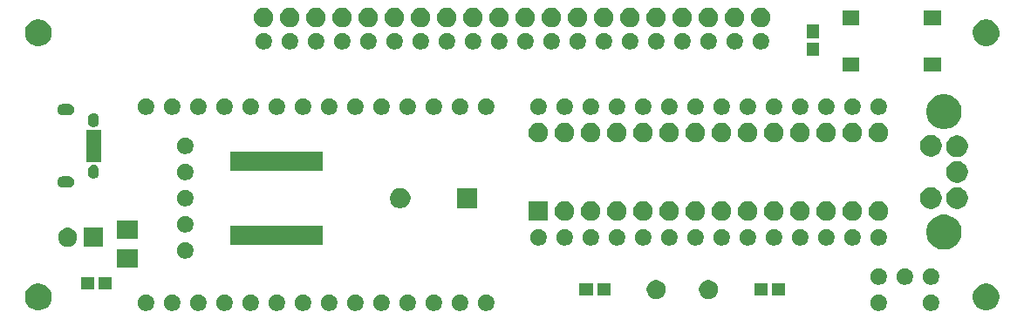
<source format=gts>
G04 #@! TF.GenerationSoftware,KiCad,Pcbnew,5.0.1-33cea8e~68~ubuntu16.04.1*
G04 #@! TF.CreationDate,2019-03-03T03:52:25-07:00*
G04 #@! TF.ProjectId,sentry,73656E7472792E6B696361645F706362,rev?*
G04 #@! TF.SameCoordinates,Original*
G04 #@! TF.FileFunction,Soldermask,Top*
G04 #@! TF.FilePolarity,Negative*
%FSLAX46Y46*%
G04 Gerber Fmt 4.6, Leading zero omitted, Abs format (unit mm)*
G04 Created by KiCad (PCBNEW 5.0.1-33cea8e~68~ubuntu16.04.1) date Sun 03 Mar 2019 03:52:25 AM MST*
%MOMM*%
%LPD*%
G01*
G04 APERTURE LIST*
%ADD10C,0.100000*%
G04 APERTURE END LIST*
D10*
G36*
X90403643Y-86859781D02*
X90549415Y-86920162D01*
X90680611Y-87007824D01*
X90792176Y-87119389D01*
X90879838Y-87250585D01*
X90940219Y-87396357D01*
X90971000Y-87551107D01*
X90971000Y-87708893D01*
X90940219Y-87863643D01*
X90879838Y-88009415D01*
X90792176Y-88140611D01*
X90680611Y-88252176D01*
X90549415Y-88339838D01*
X90403643Y-88400219D01*
X90248893Y-88431000D01*
X90091107Y-88431000D01*
X89936357Y-88400219D01*
X89790585Y-88339838D01*
X89659389Y-88252176D01*
X89547824Y-88140611D01*
X89460162Y-88009415D01*
X89399781Y-87863643D01*
X89369000Y-87708893D01*
X89369000Y-87551107D01*
X89399781Y-87396357D01*
X89460162Y-87250585D01*
X89547824Y-87119389D01*
X89659389Y-87007824D01*
X89790585Y-86920162D01*
X89936357Y-86859781D01*
X90091107Y-86829000D01*
X90248893Y-86829000D01*
X90403643Y-86859781D01*
X90403643Y-86859781D01*
G37*
G36*
X110723643Y-86859781D02*
X110869415Y-86920162D01*
X111000611Y-87007824D01*
X111112176Y-87119389D01*
X111199838Y-87250585D01*
X111260219Y-87396357D01*
X111291000Y-87551107D01*
X111291000Y-87708893D01*
X111260219Y-87863643D01*
X111199838Y-88009415D01*
X111112176Y-88140611D01*
X111000611Y-88252176D01*
X110869415Y-88339838D01*
X110723643Y-88400219D01*
X110568893Y-88431000D01*
X110411107Y-88431000D01*
X110256357Y-88400219D01*
X110110585Y-88339838D01*
X109979389Y-88252176D01*
X109867824Y-88140611D01*
X109780162Y-88009415D01*
X109719781Y-87863643D01*
X109689000Y-87708893D01*
X109689000Y-87551107D01*
X109719781Y-87396357D01*
X109780162Y-87250585D01*
X109867824Y-87119389D01*
X109979389Y-87007824D01*
X110110585Y-86920162D01*
X110256357Y-86859781D01*
X110411107Y-86829000D01*
X110568893Y-86829000D01*
X110723643Y-86859781D01*
X110723643Y-86859781D01*
G37*
G36*
X166603643Y-86859781D02*
X166749415Y-86920162D01*
X166880611Y-87007824D01*
X166992176Y-87119389D01*
X167079838Y-87250585D01*
X167140219Y-87396357D01*
X167171000Y-87551107D01*
X167171000Y-87708893D01*
X167140219Y-87863643D01*
X167079838Y-88009415D01*
X166992176Y-88140611D01*
X166880611Y-88252176D01*
X166749415Y-88339838D01*
X166603643Y-88400219D01*
X166448893Y-88431000D01*
X166291107Y-88431000D01*
X166136357Y-88400219D01*
X165990585Y-88339838D01*
X165859389Y-88252176D01*
X165747824Y-88140611D01*
X165660162Y-88009415D01*
X165599781Y-87863643D01*
X165569000Y-87708893D01*
X165569000Y-87551107D01*
X165599781Y-87396357D01*
X165660162Y-87250585D01*
X165747824Y-87119389D01*
X165859389Y-87007824D01*
X165990585Y-86920162D01*
X166136357Y-86859781D01*
X166291107Y-86829000D01*
X166448893Y-86829000D01*
X166603643Y-86859781D01*
X166603643Y-86859781D01*
G37*
G36*
X123423643Y-86859781D02*
X123569415Y-86920162D01*
X123700611Y-87007824D01*
X123812176Y-87119389D01*
X123899838Y-87250585D01*
X123960219Y-87396357D01*
X123991000Y-87551107D01*
X123991000Y-87708893D01*
X123960219Y-87863643D01*
X123899838Y-88009415D01*
X123812176Y-88140611D01*
X123700611Y-88252176D01*
X123569415Y-88339838D01*
X123423643Y-88400219D01*
X123268893Y-88431000D01*
X123111107Y-88431000D01*
X122956357Y-88400219D01*
X122810585Y-88339838D01*
X122679389Y-88252176D01*
X122567824Y-88140611D01*
X122480162Y-88009415D01*
X122419781Y-87863643D01*
X122389000Y-87708893D01*
X122389000Y-87551107D01*
X122419781Y-87396357D01*
X122480162Y-87250585D01*
X122567824Y-87119389D01*
X122679389Y-87007824D01*
X122810585Y-86920162D01*
X122956357Y-86859781D01*
X123111107Y-86829000D01*
X123268893Y-86829000D01*
X123423643Y-86859781D01*
X123423643Y-86859781D01*
G37*
G36*
X120883643Y-86859781D02*
X121029415Y-86920162D01*
X121160611Y-87007824D01*
X121272176Y-87119389D01*
X121359838Y-87250585D01*
X121420219Y-87396357D01*
X121451000Y-87551107D01*
X121451000Y-87708893D01*
X121420219Y-87863643D01*
X121359838Y-88009415D01*
X121272176Y-88140611D01*
X121160611Y-88252176D01*
X121029415Y-88339838D01*
X120883643Y-88400219D01*
X120728893Y-88431000D01*
X120571107Y-88431000D01*
X120416357Y-88400219D01*
X120270585Y-88339838D01*
X120139389Y-88252176D01*
X120027824Y-88140611D01*
X119940162Y-88009415D01*
X119879781Y-87863643D01*
X119849000Y-87708893D01*
X119849000Y-87551107D01*
X119879781Y-87396357D01*
X119940162Y-87250585D01*
X120027824Y-87119389D01*
X120139389Y-87007824D01*
X120270585Y-86920162D01*
X120416357Y-86859781D01*
X120571107Y-86829000D01*
X120728893Y-86829000D01*
X120883643Y-86859781D01*
X120883643Y-86859781D01*
G37*
G36*
X118343643Y-86859781D02*
X118489415Y-86920162D01*
X118620611Y-87007824D01*
X118732176Y-87119389D01*
X118819838Y-87250585D01*
X118880219Y-87396357D01*
X118911000Y-87551107D01*
X118911000Y-87708893D01*
X118880219Y-87863643D01*
X118819838Y-88009415D01*
X118732176Y-88140611D01*
X118620611Y-88252176D01*
X118489415Y-88339838D01*
X118343643Y-88400219D01*
X118188893Y-88431000D01*
X118031107Y-88431000D01*
X117876357Y-88400219D01*
X117730585Y-88339838D01*
X117599389Y-88252176D01*
X117487824Y-88140611D01*
X117400162Y-88009415D01*
X117339781Y-87863643D01*
X117309000Y-87708893D01*
X117309000Y-87551107D01*
X117339781Y-87396357D01*
X117400162Y-87250585D01*
X117487824Y-87119389D01*
X117599389Y-87007824D01*
X117730585Y-86920162D01*
X117876357Y-86859781D01*
X118031107Y-86829000D01*
X118188893Y-86829000D01*
X118343643Y-86859781D01*
X118343643Y-86859781D01*
G37*
G36*
X115803643Y-86859781D02*
X115949415Y-86920162D01*
X116080611Y-87007824D01*
X116192176Y-87119389D01*
X116279838Y-87250585D01*
X116340219Y-87396357D01*
X116371000Y-87551107D01*
X116371000Y-87708893D01*
X116340219Y-87863643D01*
X116279838Y-88009415D01*
X116192176Y-88140611D01*
X116080611Y-88252176D01*
X115949415Y-88339838D01*
X115803643Y-88400219D01*
X115648893Y-88431000D01*
X115491107Y-88431000D01*
X115336357Y-88400219D01*
X115190585Y-88339838D01*
X115059389Y-88252176D01*
X114947824Y-88140611D01*
X114860162Y-88009415D01*
X114799781Y-87863643D01*
X114769000Y-87708893D01*
X114769000Y-87551107D01*
X114799781Y-87396357D01*
X114860162Y-87250585D01*
X114947824Y-87119389D01*
X115059389Y-87007824D01*
X115190585Y-86920162D01*
X115336357Y-86859781D01*
X115491107Y-86829000D01*
X115648893Y-86829000D01*
X115803643Y-86859781D01*
X115803643Y-86859781D01*
G37*
G36*
X113263643Y-86859781D02*
X113409415Y-86920162D01*
X113540611Y-87007824D01*
X113652176Y-87119389D01*
X113739838Y-87250585D01*
X113800219Y-87396357D01*
X113831000Y-87551107D01*
X113831000Y-87708893D01*
X113800219Y-87863643D01*
X113739838Y-88009415D01*
X113652176Y-88140611D01*
X113540611Y-88252176D01*
X113409415Y-88339838D01*
X113263643Y-88400219D01*
X113108893Y-88431000D01*
X112951107Y-88431000D01*
X112796357Y-88400219D01*
X112650585Y-88339838D01*
X112519389Y-88252176D01*
X112407824Y-88140611D01*
X112320162Y-88009415D01*
X112259781Y-87863643D01*
X112229000Y-87708893D01*
X112229000Y-87551107D01*
X112259781Y-87396357D01*
X112320162Y-87250585D01*
X112407824Y-87119389D01*
X112519389Y-87007824D01*
X112650585Y-86920162D01*
X112796357Y-86859781D01*
X112951107Y-86829000D01*
X113108893Y-86829000D01*
X113263643Y-86859781D01*
X113263643Y-86859781D01*
G37*
G36*
X161523643Y-86859781D02*
X161669415Y-86920162D01*
X161800611Y-87007824D01*
X161912176Y-87119389D01*
X161999838Y-87250585D01*
X162060219Y-87396357D01*
X162091000Y-87551107D01*
X162091000Y-87708893D01*
X162060219Y-87863643D01*
X161999838Y-88009415D01*
X161912176Y-88140611D01*
X161800611Y-88252176D01*
X161669415Y-88339838D01*
X161523643Y-88400219D01*
X161368893Y-88431000D01*
X161211107Y-88431000D01*
X161056357Y-88400219D01*
X160910585Y-88339838D01*
X160779389Y-88252176D01*
X160667824Y-88140611D01*
X160580162Y-88009415D01*
X160519781Y-87863643D01*
X160489000Y-87708893D01*
X160489000Y-87551107D01*
X160519781Y-87396357D01*
X160580162Y-87250585D01*
X160667824Y-87119389D01*
X160779389Y-87007824D01*
X160910585Y-86920162D01*
X161056357Y-86859781D01*
X161211107Y-86829000D01*
X161368893Y-86829000D01*
X161523643Y-86859781D01*
X161523643Y-86859781D01*
G37*
G36*
X105643643Y-86859781D02*
X105789415Y-86920162D01*
X105920611Y-87007824D01*
X106032176Y-87119389D01*
X106119838Y-87250585D01*
X106180219Y-87396357D01*
X106211000Y-87551107D01*
X106211000Y-87708893D01*
X106180219Y-87863643D01*
X106119838Y-88009415D01*
X106032176Y-88140611D01*
X105920611Y-88252176D01*
X105789415Y-88339838D01*
X105643643Y-88400219D01*
X105488893Y-88431000D01*
X105331107Y-88431000D01*
X105176357Y-88400219D01*
X105030585Y-88339838D01*
X104899389Y-88252176D01*
X104787824Y-88140611D01*
X104700162Y-88009415D01*
X104639781Y-87863643D01*
X104609000Y-87708893D01*
X104609000Y-87551107D01*
X104639781Y-87396357D01*
X104700162Y-87250585D01*
X104787824Y-87119389D01*
X104899389Y-87007824D01*
X105030585Y-86920162D01*
X105176357Y-86859781D01*
X105331107Y-86829000D01*
X105488893Y-86829000D01*
X105643643Y-86859781D01*
X105643643Y-86859781D01*
G37*
G36*
X103103643Y-86859781D02*
X103249415Y-86920162D01*
X103380611Y-87007824D01*
X103492176Y-87119389D01*
X103579838Y-87250585D01*
X103640219Y-87396357D01*
X103671000Y-87551107D01*
X103671000Y-87708893D01*
X103640219Y-87863643D01*
X103579838Y-88009415D01*
X103492176Y-88140611D01*
X103380611Y-88252176D01*
X103249415Y-88339838D01*
X103103643Y-88400219D01*
X102948893Y-88431000D01*
X102791107Y-88431000D01*
X102636357Y-88400219D01*
X102490585Y-88339838D01*
X102359389Y-88252176D01*
X102247824Y-88140611D01*
X102160162Y-88009415D01*
X102099781Y-87863643D01*
X102069000Y-87708893D01*
X102069000Y-87551107D01*
X102099781Y-87396357D01*
X102160162Y-87250585D01*
X102247824Y-87119389D01*
X102359389Y-87007824D01*
X102490585Y-86920162D01*
X102636357Y-86859781D01*
X102791107Y-86829000D01*
X102948893Y-86829000D01*
X103103643Y-86859781D01*
X103103643Y-86859781D01*
G37*
G36*
X100563643Y-86859781D02*
X100709415Y-86920162D01*
X100840611Y-87007824D01*
X100952176Y-87119389D01*
X101039838Y-87250585D01*
X101100219Y-87396357D01*
X101131000Y-87551107D01*
X101131000Y-87708893D01*
X101100219Y-87863643D01*
X101039838Y-88009415D01*
X100952176Y-88140611D01*
X100840611Y-88252176D01*
X100709415Y-88339838D01*
X100563643Y-88400219D01*
X100408893Y-88431000D01*
X100251107Y-88431000D01*
X100096357Y-88400219D01*
X99950585Y-88339838D01*
X99819389Y-88252176D01*
X99707824Y-88140611D01*
X99620162Y-88009415D01*
X99559781Y-87863643D01*
X99529000Y-87708893D01*
X99529000Y-87551107D01*
X99559781Y-87396357D01*
X99620162Y-87250585D01*
X99707824Y-87119389D01*
X99819389Y-87007824D01*
X99950585Y-86920162D01*
X100096357Y-86859781D01*
X100251107Y-86829000D01*
X100408893Y-86829000D01*
X100563643Y-86859781D01*
X100563643Y-86859781D01*
G37*
G36*
X98023643Y-86859781D02*
X98169415Y-86920162D01*
X98300611Y-87007824D01*
X98412176Y-87119389D01*
X98499838Y-87250585D01*
X98560219Y-87396357D01*
X98591000Y-87551107D01*
X98591000Y-87708893D01*
X98560219Y-87863643D01*
X98499838Y-88009415D01*
X98412176Y-88140611D01*
X98300611Y-88252176D01*
X98169415Y-88339838D01*
X98023643Y-88400219D01*
X97868893Y-88431000D01*
X97711107Y-88431000D01*
X97556357Y-88400219D01*
X97410585Y-88339838D01*
X97279389Y-88252176D01*
X97167824Y-88140611D01*
X97080162Y-88009415D01*
X97019781Y-87863643D01*
X96989000Y-87708893D01*
X96989000Y-87551107D01*
X97019781Y-87396357D01*
X97080162Y-87250585D01*
X97167824Y-87119389D01*
X97279389Y-87007824D01*
X97410585Y-86920162D01*
X97556357Y-86859781D01*
X97711107Y-86829000D01*
X97868893Y-86829000D01*
X98023643Y-86859781D01*
X98023643Y-86859781D01*
G37*
G36*
X95483643Y-86859781D02*
X95629415Y-86920162D01*
X95760611Y-87007824D01*
X95872176Y-87119389D01*
X95959838Y-87250585D01*
X96020219Y-87396357D01*
X96051000Y-87551107D01*
X96051000Y-87708893D01*
X96020219Y-87863643D01*
X95959838Y-88009415D01*
X95872176Y-88140611D01*
X95760611Y-88252176D01*
X95629415Y-88339838D01*
X95483643Y-88400219D01*
X95328893Y-88431000D01*
X95171107Y-88431000D01*
X95016357Y-88400219D01*
X94870585Y-88339838D01*
X94739389Y-88252176D01*
X94627824Y-88140611D01*
X94540162Y-88009415D01*
X94479781Y-87863643D01*
X94449000Y-87708893D01*
X94449000Y-87551107D01*
X94479781Y-87396357D01*
X94540162Y-87250585D01*
X94627824Y-87119389D01*
X94739389Y-87007824D01*
X94870585Y-86920162D01*
X95016357Y-86859781D01*
X95171107Y-86829000D01*
X95328893Y-86829000D01*
X95483643Y-86859781D01*
X95483643Y-86859781D01*
G37*
G36*
X92943643Y-86859781D02*
X93089415Y-86920162D01*
X93220611Y-87007824D01*
X93332176Y-87119389D01*
X93419838Y-87250585D01*
X93480219Y-87396357D01*
X93511000Y-87551107D01*
X93511000Y-87708893D01*
X93480219Y-87863643D01*
X93419838Y-88009415D01*
X93332176Y-88140611D01*
X93220611Y-88252176D01*
X93089415Y-88339838D01*
X92943643Y-88400219D01*
X92788893Y-88431000D01*
X92631107Y-88431000D01*
X92476357Y-88400219D01*
X92330585Y-88339838D01*
X92199389Y-88252176D01*
X92087824Y-88140611D01*
X92000162Y-88009415D01*
X91939781Y-87863643D01*
X91909000Y-87708893D01*
X91909000Y-87551107D01*
X91939781Y-87396357D01*
X92000162Y-87250585D01*
X92087824Y-87119389D01*
X92199389Y-87007824D01*
X92330585Y-86920162D01*
X92476357Y-86859781D01*
X92631107Y-86829000D01*
X92788893Y-86829000D01*
X92943643Y-86859781D01*
X92943643Y-86859781D01*
G37*
G36*
X108183643Y-86859781D02*
X108329415Y-86920162D01*
X108460611Y-87007824D01*
X108572176Y-87119389D01*
X108659838Y-87250585D01*
X108720219Y-87396357D01*
X108751000Y-87551107D01*
X108751000Y-87708893D01*
X108720219Y-87863643D01*
X108659838Y-88009415D01*
X108572176Y-88140611D01*
X108460611Y-88252176D01*
X108329415Y-88339838D01*
X108183643Y-88400219D01*
X108028893Y-88431000D01*
X107871107Y-88431000D01*
X107716357Y-88400219D01*
X107570585Y-88339838D01*
X107439389Y-88252176D01*
X107327824Y-88140611D01*
X107240162Y-88009415D01*
X107179781Y-87863643D01*
X107149000Y-87708893D01*
X107149000Y-87551107D01*
X107179781Y-87396357D01*
X107240162Y-87250585D01*
X107327824Y-87119389D01*
X107439389Y-87007824D01*
X107570585Y-86920162D01*
X107716357Y-86859781D01*
X107871107Y-86829000D01*
X108028893Y-86829000D01*
X108183643Y-86859781D01*
X108183643Y-86859781D01*
G37*
G36*
X172109485Y-85828996D02*
X172109487Y-85828997D01*
X172109488Y-85828997D01*
X172331248Y-85920853D01*
X172346255Y-85927069D01*
X172559342Y-86069449D01*
X172740551Y-86250658D01*
X172882931Y-86463745D01*
X172981004Y-86700515D01*
X173031000Y-86951861D01*
X173031000Y-87208139D01*
X172981004Y-87459485D01*
X172882931Y-87696255D01*
X172740551Y-87909342D01*
X172559342Y-88090551D01*
X172559339Y-88090553D01*
X172346255Y-88232931D01*
X172109488Y-88331003D01*
X172109487Y-88331003D01*
X172109485Y-88331004D01*
X171858139Y-88381000D01*
X171601861Y-88381000D01*
X171350515Y-88331004D01*
X171350513Y-88331003D01*
X171350512Y-88331003D01*
X171113745Y-88232931D01*
X170900661Y-88090553D01*
X170900658Y-88090551D01*
X170719449Y-87909342D01*
X170577069Y-87696255D01*
X170478996Y-87459485D01*
X170429000Y-87208139D01*
X170429000Y-86951861D01*
X170478996Y-86700515D01*
X170577069Y-86463745D01*
X170719449Y-86250658D01*
X170900658Y-86069449D01*
X171113745Y-85927069D01*
X171128752Y-85920853D01*
X171350512Y-85828997D01*
X171350513Y-85828997D01*
X171350515Y-85828996D01*
X171601861Y-85779000D01*
X171858139Y-85779000D01*
X172109485Y-85828996D01*
X172109485Y-85828996D01*
G37*
G36*
X80109485Y-85828996D02*
X80109487Y-85828997D01*
X80109488Y-85828997D01*
X80331248Y-85920853D01*
X80346255Y-85927069D01*
X80559342Y-86069449D01*
X80740551Y-86250658D01*
X80882931Y-86463745D01*
X80981004Y-86700515D01*
X81031000Y-86951861D01*
X81031000Y-87208139D01*
X80981004Y-87459485D01*
X80882931Y-87696255D01*
X80740551Y-87909342D01*
X80559342Y-88090551D01*
X80559339Y-88090553D01*
X80346255Y-88232931D01*
X80109488Y-88331003D01*
X80109487Y-88331003D01*
X80109485Y-88331004D01*
X79858139Y-88381000D01*
X79601861Y-88381000D01*
X79350515Y-88331004D01*
X79350513Y-88331003D01*
X79350512Y-88331003D01*
X79113745Y-88232931D01*
X78900661Y-88090553D01*
X78900658Y-88090551D01*
X78719449Y-87909342D01*
X78577069Y-87696255D01*
X78478996Y-87459485D01*
X78429000Y-87208139D01*
X78429000Y-86951861D01*
X78478996Y-86700515D01*
X78577069Y-86463745D01*
X78719449Y-86250658D01*
X78900658Y-86069449D01*
X79113745Y-85927069D01*
X79128752Y-85920853D01*
X79350512Y-85828997D01*
X79350513Y-85828997D01*
X79350515Y-85828996D01*
X79601861Y-85779000D01*
X79858139Y-85779000D01*
X80109485Y-85828996D01*
X80109485Y-85828996D01*
G37*
G36*
X139970422Y-85468527D02*
X139970424Y-85468528D01*
X139970425Y-85468528D01*
X140139147Y-85538414D01*
X140290308Y-85639417D01*
X140290995Y-85639876D01*
X140420124Y-85769005D01*
X140420126Y-85769008D01*
X140521586Y-85920853D01*
X140591472Y-86089575D01*
X140591473Y-86089578D01*
X140623514Y-86250661D01*
X140627100Y-86268689D01*
X140627100Y-86451311D01*
X140591472Y-86630425D01*
X140521586Y-86799147D01*
X140440726Y-86920162D01*
X140420124Y-86950995D01*
X140290995Y-87080124D01*
X140290992Y-87080126D01*
X140139147Y-87181586D01*
X139970425Y-87251472D01*
X139970424Y-87251472D01*
X139970422Y-87251473D01*
X139791313Y-87287100D01*
X139608687Y-87287100D01*
X139429578Y-87251473D01*
X139429576Y-87251472D01*
X139429575Y-87251472D01*
X139260853Y-87181586D01*
X139109008Y-87080126D01*
X139109005Y-87080124D01*
X138979876Y-86950995D01*
X138959274Y-86920162D01*
X138878414Y-86799147D01*
X138808528Y-86630425D01*
X138772900Y-86451311D01*
X138772900Y-86268689D01*
X138776486Y-86250661D01*
X138808527Y-86089578D01*
X138808528Y-86089575D01*
X138878414Y-85920853D01*
X138979874Y-85769008D01*
X138979876Y-85769005D01*
X139109005Y-85639876D01*
X139109692Y-85639417D01*
X139260853Y-85538414D01*
X139429575Y-85468528D01*
X139429576Y-85468528D01*
X139429578Y-85468527D01*
X139608687Y-85432900D01*
X139791313Y-85432900D01*
X139970422Y-85468527D01*
X139970422Y-85468527D01*
G37*
G36*
X145050422Y-85468527D02*
X145050424Y-85468528D01*
X145050425Y-85468528D01*
X145219147Y-85538414D01*
X145370308Y-85639417D01*
X145370995Y-85639876D01*
X145500124Y-85769005D01*
X145500126Y-85769008D01*
X145601586Y-85920853D01*
X145671472Y-86089575D01*
X145671473Y-86089578D01*
X145703514Y-86250661D01*
X145707100Y-86268689D01*
X145707100Y-86451311D01*
X145671472Y-86630425D01*
X145601586Y-86799147D01*
X145520726Y-86920162D01*
X145500124Y-86950995D01*
X145370995Y-87080124D01*
X145370992Y-87080126D01*
X145219147Y-87181586D01*
X145050425Y-87251472D01*
X145050424Y-87251472D01*
X145050422Y-87251473D01*
X144871313Y-87287100D01*
X144688687Y-87287100D01*
X144509578Y-87251473D01*
X144509576Y-87251472D01*
X144509575Y-87251472D01*
X144340853Y-87181586D01*
X144189008Y-87080126D01*
X144189005Y-87080124D01*
X144059876Y-86950995D01*
X144039274Y-86920162D01*
X143958414Y-86799147D01*
X143888528Y-86630425D01*
X143852900Y-86451311D01*
X143852900Y-86268689D01*
X143856486Y-86250661D01*
X143888527Y-86089578D01*
X143888528Y-86089575D01*
X143958414Y-85920853D01*
X144059874Y-85769008D01*
X144059876Y-85769005D01*
X144189005Y-85639876D01*
X144189692Y-85639417D01*
X144340853Y-85538414D01*
X144509575Y-85468528D01*
X144509576Y-85468528D01*
X144509578Y-85468527D01*
X144688687Y-85432900D01*
X144871313Y-85432900D01*
X145050422Y-85468527D01*
X145050422Y-85468527D01*
G37*
G36*
X152208230Y-86960710D02*
X150905210Y-86960710D01*
X150905210Y-85759290D01*
X152208230Y-85759290D01*
X152208230Y-86960710D01*
X152208230Y-86960710D01*
G37*
G36*
X150511510Y-86960710D02*
X149208490Y-86960710D01*
X149208490Y-85759290D01*
X150511510Y-85759290D01*
X150511510Y-86960710D01*
X150511510Y-86960710D01*
G37*
G36*
X135271510Y-86960710D02*
X133968490Y-86960710D01*
X133968490Y-85759290D01*
X135271510Y-85759290D01*
X135271510Y-86960710D01*
X135271510Y-86960710D01*
G37*
G36*
X133574790Y-86960710D02*
X132271770Y-86960710D01*
X132271770Y-85759290D01*
X133574790Y-85759290D01*
X133574790Y-86960710D01*
X133574790Y-86960710D01*
G37*
G36*
X85147150Y-86325710D02*
X83844130Y-86325710D01*
X83844130Y-85124290D01*
X85147150Y-85124290D01*
X85147150Y-86325710D01*
X85147150Y-86325710D01*
G37*
G36*
X86843870Y-86325710D02*
X85540850Y-86325710D01*
X85540850Y-85124290D01*
X86843870Y-85124290D01*
X86843870Y-86325710D01*
X86843870Y-86325710D01*
G37*
G36*
X161523643Y-84319781D02*
X161669415Y-84380162D01*
X161800611Y-84467824D01*
X161912176Y-84579389D01*
X161999838Y-84710585D01*
X162060219Y-84856357D01*
X162091000Y-85011107D01*
X162091000Y-85168893D01*
X162060219Y-85323643D01*
X161999838Y-85469415D01*
X161912176Y-85600611D01*
X161800611Y-85712176D01*
X161669415Y-85799838D01*
X161523643Y-85860219D01*
X161368893Y-85891000D01*
X161211107Y-85891000D01*
X161056357Y-85860219D01*
X160910585Y-85799838D01*
X160779389Y-85712176D01*
X160667824Y-85600611D01*
X160580162Y-85469415D01*
X160519781Y-85323643D01*
X160489000Y-85168893D01*
X160489000Y-85011107D01*
X160519781Y-84856357D01*
X160580162Y-84710585D01*
X160667824Y-84579389D01*
X160779389Y-84467824D01*
X160910585Y-84380162D01*
X161056357Y-84319781D01*
X161211107Y-84289000D01*
X161368893Y-84289000D01*
X161523643Y-84319781D01*
X161523643Y-84319781D01*
G37*
G36*
X166603643Y-84319781D02*
X166749415Y-84380162D01*
X166880611Y-84467824D01*
X166992176Y-84579389D01*
X167079838Y-84710585D01*
X167140219Y-84856357D01*
X167171000Y-85011107D01*
X167171000Y-85168893D01*
X167140219Y-85323643D01*
X167079838Y-85469415D01*
X166992176Y-85600611D01*
X166880611Y-85712176D01*
X166749415Y-85799838D01*
X166603643Y-85860219D01*
X166448893Y-85891000D01*
X166291107Y-85891000D01*
X166136357Y-85860219D01*
X165990585Y-85799838D01*
X165859389Y-85712176D01*
X165747824Y-85600611D01*
X165660162Y-85469415D01*
X165599781Y-85323643D01*
X165569000Y-85168893D01*
X165569000Y-85011107D01*
X165599781Y-84856357D01*
X165660162Y-84710585D01*
X165747824Y-84579389D01*
X165859389Y-84467824D01*
X165990585Y-84380162D01*
X166136357Y-84319781D01*
X166291107Y-84289000D01*
X166448893Y-84289000D01*
X166603643Y-84319781D01*
X166603643Y-84319781D01*
G37*
G36*
X164063643Y-84319781D02*
X164209415Y-84380162D01*
X164340611Y-84467824D01*
X164452176Y-84579389D01*
X164539838Y-84710585D01*
X164600219Y-84856357D01*
X164631000Y-85011107D01*
X164631000Y-85168893D01*
X164600219Y-85323643D01*
X164539838Y-85469415D01*
X164452176Y-85600611D01*
X164340611Y-85712176D01*
X164209415Y-85799838D01*
X164063643Y-85860219D01*
X163908893Y-85891000D01*
X163751107Y-85891000D01*
X163596357Y-85860219D01*
X163450585Y-85799838D01*
X163319389Y-85712176D01*
X163207824Y-85600611D01*
X163120162Y-85469415D01*
X163059781Y-85323643D01*
X163029000Y-85168893D01*
X163029000Y-85011107D01*
X163059781Y-84856357D01*
X163120162Y-84710585D01*
X163207824Y-84579389D01*
X163319389Y-84467824D01*
X163450585Y-84380162D01*
X163596357Y-84319781D01*
X163751107Y-84289000D01*
X163908893Y-84289000D01*
X164063643Y-84319781D01*
X164063643Y-84319781D01*
G37*
G36*
X89392760Y-84212430D02*
X87391240Y-84212430D01*
X87391240Y-82411570D01*
X89392760Y-82411570D01*
X89392760Y-84212430D01*
X89392760Y-84212430D01*
G37*
G36*
X94213643Y-81779781D02*
X94359415Y-81840162D01*
X94490611Y-81927824D01*
X94602176Y-82039389D01*
X94689838Y-82170585D01*
X94750219Y-82316357D01*
X94781000Y-82471107D01*
X94781000Y-82628893D01*
X94750219Y-82783643D01*
X94689838Y-82929415D01*
X94602176Y-83060611D01*
X94490611Y-83172176D01*
X94359415Y-83259838D01*
X94213643Y-83320219D01*
X94058893Y-83351000D01*
X93901107Y-83351000D01*
X93746357Y-83320219D01*
X93600585Y-83259838D01*
X93469389Y-83172176D01*
X93357824Y-83060611D01*
X93270162Y-82929415D01*
X93209781Y-82783643D01*
X93179000Y-82628893D01*
X93179000Y-82471107D01*
X93209781Y-82316357D01*
X93270162Y-82170585D01*
X93357824Y-82039389D01*
X93469389Y-81927824D01*
X93600585Y-81840162D01*
X93746357Y-81779781D01*
X93901107Y-81749000D01*
X94058893Y-81749000D01*
X94213643Y-81779781D01*
X94213643Y-81779781D01*
G37*
G36*
X168136160Y-79144368D02*
X168136162Y-79144369D01*
X168136163Y-79144369D01*
X168247451Y-79190466D01*
X168445726Y-79272594D01*
X168724327Y-79458749D01*
X168961251Y-79695673D01*
X169147406Y-79974274D01*
X169275632Y-80283840D01*
X169341000Y-80612465D01*
X169341000Y-80947535D01*
X169293032Y-81188687D01*
X169275631Y-81276163D01*
X169228265Y-81390514D01*
X169147406Y-81585726D01*
X168961251Y-81864327D01*
X168724327Y-82101251D01*
X168445726Y-82287406D01*
X168250514Y-82368265D01*
X168136163Y-82415631D01*
X168136162Y-82415631D01*
X168136160Y-82415632D01*
X167807535Y-82481000D01*
X167472465Y-82481000D01*
X167143840Y-82415632D01*
X167143838Y-82415631D01*
X167143837Y-82415631D01*
X167029486Y-82368265D01*
X166834274Y-82287406D01*
X166555673Y-82101251D01*
X166318749Y-81864327D01*
X166132594Y-81585726D01*
X166051735Y-81390514D01*
X166004369Y-81276163D01*
X165986969Y-81188687D01*
X165939000Y-80947535D01*
X165939000Y-80612465D01*
X166004368Y-80283840D01*
X166132594Y-79974274D01*
X166318749Y-79695673D01*
X166555673Y-79458749D01*
X166834274Y-79272594D01*
X167032549Y-79190466D01*
X167143837Y-79144369D01*
X167143838Y-79144369D01*
X167143840Y-79144368D01*
X167472465Y-79079000D01*
X167807535Y-79079000D01*
X168136160Y-79144368D01*
X168136160Y-79144368D01*
G37*
G36*
X85996780Y-82207100D02*
X84142580Y-82207100D01*
X84142580Y-80352900D01*
X85996780Y-80352900D01*
X85996780Y-82207100D01*
X85996780Y-82207100D01*
G37*
G36*
X82840742Y-80388527D02*
X82840744Y-80388528D01*
X82840745Y-80388528D01*
X83009467Y-80458414D01*
X83160628Y-80559417D01*
X83161315Y-80559876D01*
X83290444Y-80689005D01*
X83290446Y-80689008D01*
X83391906Y-80840853D01*
X83461792Y-81009575D01*
X83461793Y-81009578D01*
X83497420Y-81188687D01*
X83497420Y-81371313D01*
X83469109Y-81513643D01*
X83461792Y-81550425D01*
X83391906Y-81719147D01*
X83344157Y-81790608D01*
X83290444Y-81870995D01*
X83161315Y-82000124D01*
X83161312Y-82000126D01*
X83009467Y-82101586D01*
X82840745Y-82171472D01*
X82840744Y-82171472D01*
X82840742Y-82171473D01*
X82661633Y-82207100D01*
X82479007Y-82207100D01*
X82299898Y-82171473D01*
X82299896Y-82171472D01*
X82299895Y-82171472D01*
X82131173Y-82101586D01*
X81979328Y-82000126D01*
X81979325Y-82000124D01*
X81850196Y-81870995D01*
X81796483Y-81790608D01*
X81748734Y-81719147D01*
X81678848Y-81550425D01*
X81671532Y-81513643D01*
X81643220Y-81371313D01*
X81643220Y-81188687D01*
X81678847Y-81009578D01*
X81678848Y-81009575D01*
X81748734Y-80840853D01*
X81850194Y-80689008D01*
X81850196Y-80689005D01*
X81979325Y-80559876D01*
X81980012Y-80559417D01*
X82131173Y-80458414D01*
X82299895Y-80388528D01*
X82299896Y-80388528D01*
X82299898Y-80388527D01*
X82479007Y-80352900D01*
X82661633Y-80352900D01*
X82840742Y-80388527D01*
X82840742Y-80388527D01*
G37*
G36*
X128503643Y-80509781D02*
X128649415Y-80570162D01*
X128780611Y-80657824D01*
X128892176Y-80769389D01*
X128979838Y-80900585D01*
X129040219Y-81046357D01*
X129071000Y-81201107D01*
X129071000Y-81358893D01*
X129040219Y-81513643D01*
X128979838Y-81659415D01*
X128892176Y-81790611D01*
X128780611Y-81902176D01*
X128649415Y-81989838D01*
X128503643Y-82050219D01*
X128348893Y-82081000D01*
X128191107Y-82081000D01*
X128036357Y-82050219D01*
X127890585Y-81989838D01*
X127759389Y-81902176D01*
X127647824Y-81790611D01*
X127560162Y-81659415D01*
X127499781Y-81513643D01*
X127469000Y-81358893D01*
X127469000Y-81201107D01*
X127499781Y-81046357D01*
X127560162Y-80900585D01*
X127647824Y-80769389D01*
X127759389Y-80657824D01*
X127890585Y-80570162D01*
X128036357Y-80509781D01*
X128191107Y-80479000D01*
X128348893Y-80479000D01*
X128503643Y-80509781D01*
X128503643Y-80509781D01*
G37*
G36*
X131043643Y-80509781D02*
X131189415Y-80570162D01*
X131320611Y-80657824D01*
X131432176Y-80769389D01*
X131519838Y-80900585D01*
X131580219Y-81046357D01*
X131611000Y-81201107D01*
X131611000Y-81358893D01*
X131580219Y-81513643D01*
X131519838Y-81659415D01*
X131432176Y-81790611D01*
X131320611Y-81902176D01*
X131189415Y-81989838D01*
X131043643Y-82050219D01*
X130888893Y-82081000D01*
X130731107Y-82081000D01*
X130576357Y-82050219D01*
X130430585Y-81989838D01*
X130299389Y-81902176D01*
X130187824Y-81790611D01*
X130100162Y-81659415D01*
X130039781Y-81513643D01*
X130009000Y-81358893D01*
X130009000Y-81201107D01*
X130039781Y-81046357D01*
X130100162Y-80900585D01*
X130187824Y-80769389D01*
X130299389Y-80657824D01*
X130430585Y-80570162D01*
X130576357Y-80509781D01*
X130731107Y-80479000D01*
X130888893Y-80479000D01*
X131043643Y-80509781D01*
X131043643Y-80509781D01*
G37*
G36*
X133583643Y-80509781D02*
X133729415Y-80570162D01*
X133860611Y-80657824D01*
X133972176Y-80769389D01*
X134059838Y-80900585D01*
X134120219Y-81046357D01*
X134151000Y-81201107D01*
X134151000Y-81358893D01*
X134120219Y-81513643D01*
X134059838Y-81659415D01*
X133972176Y-81790611D01*
X133860611Y-81902176D01*
X133729415Y-81989838D01*
X133583643Y-82050219D01*
X133428893Y-82081000D01*
X133271107Y-82081000D01*
X133116357Y-82050219D01*
X132970585Y-81989838D01*
X132839389Y-81902176D01*
X132727824Y-81790611D01*
X132640162Y-81659415D01*
X132579781Y-81513643D01*
X132549000Y-81358893D01*
X132549000Y-81201107D01*
X132579781Y-81046357D01*
X132640162Y-80900585D01*
X132727824Y-80769389D01*
X132839389Y-80657824D01*
X132970585Y-80570162D01*
X133116357Y-80509781D01*
X133271107Y-80479000D01*
X133428893Y-80479000D01*
X133583643Y-80509781D01*
X133583643Y-80509781D01*
G37*
G36*
X136123643Y-80509781D02*
X136269415Y-80570162D01*
X136400611Y-80657824D01*
X136512176Y-80769389D01*
X136599838Y-80900585D01*
X136660219Y-81046357D01*
X136691000Y-81201107D01*
X136691000Y-81358893D01*
X136660219Y-81513643D01*
X136599838Y-81659415D01*
X136512176Y-81790611D01*
X136400611Y-81902176D01*
X136269415Y-81989838D01*
X136123643Y-82050219D01*
X135968893Y-82081000D01*
X135811107Y-82081000D01*
X135656357Y-82050219D01*
X135510585Y-81989838D01*
X135379389Y-81902176D01*
X135267824Y-81790611D01*
X135180162Y-81659415D01*
X135119781Y-81513643D01*
X135089000Y-81358893D01*
X135089000Y-81201107D01*
X135119781Y-81046357D01*
X135180162Y-80900585D01*
X135267824Y-80769389D01*
X135379389Y-80657824D01*
X135510585Y-80570162D01*
X135656357Y-80509781D01*
X135811107Y-80479000D01*
X135968893Y-80479000D01*
X136123643Y-80509781D01*
X136123643Y-80509781D01*
G37*
G36*
X138663643Y-80509781D02*
X138809415Y-80570162D01*
X138940611Y-80657824D01*
X139052176Y-80769389D01*
X139139838Y-80900585D01*
X139200219Y-81046357D01*
X139231000Y-81201107D01*
X139231000Y-81358893D01*
X139200219Y-81513643D01*
X139139838Y-81659415D01*
X139052176Y-81790611D01*
X138940611Y-81902176D01*
X138809415Y-81989838D01*
X138663643Y-82050219D01*
X138508893Y-82081000D01*
X138351107Y-82081000D01*
X138196357Y-82050219D01*
X138050585Y-81989838D01*
X137919389Y-81902176D01*
X137807824Y-81790611D01*
X137720162Y-81659415D01*
X137659781Y-81513643D01*
X137629000Y-81358893D01*
X137629000Y-81201107D01*
X137659781Y-81046357D01*
X137720162Y-80900585D01*
X137807824Y-80769389D01*
X137919389Y-80657824D01*
X138050585Y-80570162D01*
X138196357Y-80509781D01*
X138351107Y-80479000D01*
X138508893Y-80479000D01*
X138663643Y-80509781D01*
X138663643Y-80509781D01*
G37*
G36*
X143743643Y-80509781D02*
X143889415Y-80570162D01*
X144020611Y-80657824D01*
X144132176Y-80769389D01*
X144219838Y-80900585D01*
X144280219Y-81046357D01*
X144311000Y-81201107D01*
X144311000Y-81358893D01*
X144280219Y-81513643D01*
X144219838Y-81659415D01*
X144132176Y-81790611D01*
X144020611Y-81902176D01*
X143889415Y-81989838D01*
X143743643Y-82050219D01*
X143588893Y-82081000D01*
X143431107Y-82081000D01*
X143276357Y-82050219D01*
X143130585Y-81989838D01*
X142999389Y-81902176D01*
X142887824Y-81790611D01*
X142800162Y-81659415D01*
X142739781Y-81513643D01*
X142709000Y-81358893D01*
X142709000Y-81201107D01*
X142739781Y-81046357D01*
X142800162Y-80900585D01*
X142887824Y-80769389D01*
X142999389Y-80657824D01*
X143130585Y-80570162D01*
X143276357Y-80509781D01*
X143431107Y-80479000D01*
X143588893Y-80479000D01*
X143743643Y-80509781D01*
X143743643Y-80509781D01*
G37*
G36*
X146283643Y-80509781D02*
X146429415Y-80570162D01*
X146560611Y-80657824D01*
X146672176Y-80769389D01*
X146759838Y-80900585D01*
X146820219Y-81046357D01*
X146851000Y-81201107D01*
X146851000Y-81358893D01*
X146820219Y-81513643D01*
X146759838Y-81659415D01*
X146672176Y-81790611D01*
X146560611Y-81902176D01*
X146429415Y-81989838D01*
X146283643Y-82050219D01*
X146128893Y-82081000D01*
X145971107Y-82081000D01*
X145816357Y-82050219D01*
X145670585Y-81989838D01*
X145539389Y-81902176D01*
X145427824Y-81790611D01*
X145340162Y-81659415D01*
X145279781Y-81513643D01*
X145249000Y-81358893D01*
X145249000Y-81201107D01*
X145279781Y-81046357D01*
X145340162Y-80900585D01*
X145427824Y-80769389D01*
X145539389Y-80657824D01*
X145670585Y-80570162D01*
X145816357Y-80509781D01*
X145971107Y-80479000D01*
X146128893Y-80479000D01*
X146283643Y-80509781D01*
X146283643Y-80509781D01*
G37*
G36*
X151363643Y-80509781D02*
X151509415Y-80570162D01*
X151640611Y-80657824D01*
X151752176Y-80769389D01*
X151839838Y-80900585D01*
X151900219Y-81046357D01*
X151931000Y-81201107D01*
X151931000Y-81358893D01*
X151900219Y-81513643D01*
X151839838Y-81659415D01*
X151752176Y-81790611D01*
X151640611Y-81902176D01*
X151509415Y-81989838D01*
X151363643Y-82050219D01*
X151208893Y-82081000D01*
X151051107Y-82081000D01*
X150896357Y-82050219D01*
X150750585Y-81989838D01*
X150619389Y-81902176D01*
X150507824Y-81790611D01*
X150420162Y-81659415D01*
X150359781Y-81513643D01*
X150329000Y-81358893D01*
X150329000Y-81201107D01*
X150359781Y-81046357D01*
X150420162Y-80900585D01*
X150507824Y-80769389D01*
X150619389Y-80657824D01*
X150750585Y-80570162D01*
X150896357Y-80509781D01*
X151051107Y-80479000D01*
X151208893Y-80479000D01*
X151363643Y-80509781D01*
X151363643Y-80509781D01*
G37*
G36*
X153903643Y-80509781D02*
X154049415Y-80570162D01*
X154180611Y-80657824D01*
X154292176Y-80769389D01*
X154379838Y-80900585D01*
X154440219Y-81046357D01*
X154471000Y-81201107D01*
X154471000Y-81358893D01*
X154440219Y-81513643D01*
X154379838Y-81659415D01*
X154292176Y-81790611D01*
X154180611Y-81902176D01*
X154049415Y-81989838D01*
X153903643Y-82050219D01*
X153748893Y-82081000D01*
X153591107Y-82081000D01*
X153436357Y-82050219D01*
X153290585Y-81989838D01*
X153159389Y-81902176D01*
X153047824Y-81790611D01*
X152960162Y-81659415D01*
X152899781Y-81513643D01*
X152869000Y-81358893D01*
X152869000Y-81201107D01*
X152899781Y-81046357D01*
X152960162Y-80900585D01*
X153047824Y-80769389D01*
X153159389Y-80657824D01*
X153290585Y-80570162D01*
X153436357Y-80509781D01*
X153591107Y-80479000D01*
X153748893Y-80479000D01*
X153903643Y-80509781D01*
X153903643Y-80509781D01*
G37*
G36*
X156443643Y-80509781D02*
X156589415Y-80570162D01*
X156720611Y-80657824D01*
X156832176Y-80769389D01*
X156919838Y-80900585D01*
X156980219Y-81046357D01*
X157011000Y-81201107D01*
X157011000Y-81358893D01*
X156980219Y-81513643D01*
X156919838Y-81659415D01*
X156832176Y-81790611D01*
X156720611Y-81902176D01*
X156589415Y-81989838D01*
X156443643Y-82050219D01*
X156288893Y-82081000D01*
X156131107Y-82081000D01*
X155976357Y-82050219D01*
X155830585Y-81989838D01*
X155699389Y-81902176D01*
X155587824Y-81790611D01*
X155500162Y-81659415D01*
X155439781Y-81513643D01*
X155409000Y-81358893D01*
X155409000Y-81201107D01*
X155439781Y-81046357D01*
X155500162Y-80900585D01*
X155587824Y-80769389D01*
X155699389Y-80657824D01*
X155830585Y-80570162D01*
X155976357Y-80509781D01*
X156131107Y-80479000D01*
X156288893Y-80479000D01*
X156443643Y-80509781D01*
X156443643Y-80509781D01*
G37*
G36*
X158983643Y-80509781D02*
X159129415Y-80570162D01*
X159260611Y-80657824D01*
X159372176Y-80769389D01*
X159459838Y-80900585D01*
X159520219Y-81046357D01*
X159551000Y-81201107D01*
X159551000Y-81358893D01*
X159520219Y-81513643D01*
X159459838Y-81659415D01*
X159372176Y-81790611D01*
X159260611Y-81902176D01*
X159129415Y-81989838D01*
X158983643Y-82050219D01*
X158828893Y-82081000D01*
X158671107Y-82081000D01*
X158516357Y-82050219D01*
X158370585Y-81989838D01*
X158239389Y-81902176D01*
X158127824Y-81790611D01*
X158040162Y-81659415D01*
X157979781Y-81513643D01*
X157949000Y-81358893D01*
X157949000Y-81201107D01*
X157979781Y-81046357D01*
X158040162Y-80900585D01*
X158127824Y-80769389D01*
X158239389Y-80657824D01*
X158370585Y-80570162D01*
X158516357Y-80509781D01*
X158671107Y-80479000D01*
X158828893Y-80479000D01*
X158983643Y-80509781D01*
X158983643Y-80509781D01*
G37*
G36*
X161523643Y-80509781D02*
X161669415Y-80570162D01*
X161800611Y-80657824D01*
X161912176Y-80769389D01*
X161999838Y-80900585D01*
X162060219Y-81046357D01*
X162091000Y-81201107D01*
X162091000Y-81358893D01*
X162060219Y-81513643D01*
X161999838Y-81659415D01*
X161912176Y-81790611D01*
X161800611Y-81902176D01*
X161669415Y-81989838D01*
X161523643Y-82050219D01*
X161368893Y-82081000D01*
X161211107Y-82081000D01*
X161056357Y-82050219D01*
X160910585Y-81989838D01*
X160779389Y-81902176D01*
X160667824Y-81790611D01*
X160580162Y-81659415D01*
X160519781Y-81513643D01*
X160489000Y-81358893D01*
X160489000Y-81201107D01*
X160519781Y-81046357D01*
X160580162Y-80900585D01*
X160667824Y-80769389D01*
X160779389Y-80657824D01*
X160910585Y-80570162D01*
X161056357Y-80509781D01*
X161211107Y-80479000D01*
X161368893Y-80479000D01*
X161523643Y-80509781D01*
X161523643Y-80509781D01*
G37*
G36*
X141203643Y-80509781D02*
X141349415Y-80570162D01*
X141480611Y-80657824D01*
X141592176Y-80769389D01*
X141679838Y-80900585D01*
X141740219Y-81046357D01*
X141771000Y-81201107D01*
X141771000Y-81358893D01*
X141740219Y-81513643D01*
X141679838Y-81659415D01*
X141592176Y-81790611D01*
X141480611Y-81902176D01*
X141349415Y-81989838D01*
X141203643Y-82050219D01*
X141048893Y-82081000D01*
X140891107Y-82081000D01*
X140736357Y-82050219D01*
X140590585Y-81989838D01*
X140459389Y-81902176D01*
X140347824Y-81790611D01*
X140260162Y-81659415D01*
X140199781Y-81513643D01*
X140169000Y-81358893D01*
X140169000Y-81201107D01*
X140199781Y-81046357D01*
X140260162Y-80900585D01*
X140347824Y-80769389D01*
X140459389Y-80657824D01*
X140590585Y-80570162D01*
X140736357Y-80509781D01*
X140891107Y-80479000D01*
X141048893Y-80479000D01*
X141203643Y-80509781D01*
X141203643Y-80509781D01*
G37*
G36*
X148823643Y-80509781D02*
X148969415Y-80570162D01*
X149100611Y-80657824D01*
X149212176Y-80769389D01*
X149299838Y-80900585D01*
X149360219Y-81046357D01*
X149391000Y-81201107D01*
X149391000Y-81358893D01*
X149360219Y-81513643D01*
X149299838Y-81659415D01*
X149212176Y-81790611D01*
X149100611Y-81902176D01*
X148969415Y-81989838D01*
X148823643Y-82050219D01*
X148668893Y-82081000D01*
X148511107Y-82081000D01*
X148356357Y-82050219D01*
X148210585Y-81989838D01*
X148079389Y-81902176D01*
X147967824Y-81790611D01*
X147880162Y-81659415D01*
X147819781Y-81513643D01*
X147789000Y-81358893D01*
X147789000Y-81201107D01*
X147819781Y-81046357D01*
X147880162Y-80900585D01*
X147967824Y-80769389D01*
X148079389Y-80657824D01*
X148210585Y-80570162D01*
X148356357Y-80509781D01*
X148511107Y-80479000D01*
X148668893Y-80479000D01*
X148823643Y-80509781D01*
X148823643Y-80509781D01*
G37*
G36*
X107371000Y-81996000D02*
X98369000Y-81996000D01*
X98369000Y-80144000D01*
X107371000Y-80144000D01*
X107371000Y-81996000D01*
X107371000Y-81996000D01*
G37*
G36*
X89392760Y-81413350D02*
X87391240Y-81413350D01*
X87391240Y-79612490D01*
X89392760Y-79612490D01*
X89392760Y-81413350D01*
X89392760Y-81413350D01*
G37*
G36*
X94213643Y-79239781D02*
X94359415Y-79300162D01*
X94490611Y-79387824D01*
X94602176Y-79499389D01*
X94689838Y-79630585D01*
X94750219Y-79776357D01*
X94781000Y-79931107D01*
X94781000Y-80088893D01*
X94750219Y-80243643D01*
X94689838Y-80389415D01*
X94602176Y-80520611D01*
X94490611Y-80632176D01*
X94359415Y-80719838D01*
X94213643Y-80780219D01*
X94058893Y-80811000D01*
X93901107Y-80811000D01*
X93746357Y-80780219D01*
X93600585Y-80719838D01*
X93469389Y-80632176D01*
X93357824Y-80520611D01*
X93270162Y-80389415D01*
X93209781Y-80243643D01*
X93179000Y-80088893D01*
X93179000Y-79931107D01*
X93209781Y-79776357D01*
X93270162Y-79630585D01*
X93357824Y-79499389D01*
X93469389Y-79387824D01*
X93600585Y-79300162D01*
X93746357Y-79239781D01*
X93901107Y-79209000D01*
X94058893Y-79209000D01*
X94213643Y-79239781D01*
X94213643Y-79239781D01*
G37*
G36*
X129221000Y-79691000D02*
X127319000Y-79691000D01*
X127319000Y-77789000D01*
X129221000Y-77789000D01*
X129221000Y-79691000D01*
X129221000Y-79691000D01*
G37*
G36*
X161567396Y-77825546D02*
X161740466Y-77897234D01*
X161896230Y-78001312D01*
X162028688Y-78133770D01*
X162132766Y-78289534D01*
X162204454Y-78462604D01*
X162241000Y-78646333D01*
X162241000Y-78833667D01*
X162204454Y-79017396D01*
X162132766Y-79190466D01*
X162028688Y-79346230D01*
X161896230Y-79478688D01*
X161740466Y-79582766D01*
X161567396Y-79654454D01*
X161383667Y-79691000D01*
X161196333Y-79691000D01*
X161012604Y-79654454D01*
X160839534Y-79582766D01*
X160683770Y-79478688D01*
X160551312Y-79346230D01*
X160447234Y-79190466D01*
X160375546Y-79017396D01*
X160339000Y-78833667D01*
X160339000Y-78646333D01*
X160375546Y-78462604D01*
X160447234Y-78289534D01*
X160551312Y-78133770D01*
X160683770Y-78001312D01*
X160839534Y-77897234D01*
X161012604Y-77825546D01*
X161196333Y-77789000D01*
X161383667Y-77789000D01*
X161567396Y-77825546D01*
X161567396Y-77825546D01*
G37*
G36*
X156487396Y-77825546D02*
X156660466Y-77897234D01*
X156816230Y-78001312D01*
X156948688Y-78133770D01*
X157052766Y-78289534D01*
X157124454Y-78462604D01*
X157161000Y-78646333D01*
X157161000Y-78833667D01*
X157124454Y-79017396D01*
X157052766Y-79190466D01*
X156948688Y-79346230D01*
X156816230Y-79478688D01*
X156660466Y-79582766D01*
X156487396Y-79654454D01*
X156303667Y-79691000D01*
X156116333Y-79691000D01*
X155932604Y-79654454D01*
X155759534Y-79582766D01*
X155603770Y-79478688D01*
X155471312Y-79346230D01*
X155367234Y-79190466D01*
X155295546Y-79017396D01*
X155259000Y-78833667D01*
X155259000Y-78646333D01*
X155295546Y-78462604D01*
X155367234Y-78289534D01*
X155471312Y-78133770D01*
X155603770Y-78001312D01*
X155759534Y-77897234D01*
X155932604Y-77825546D01*
X156116333Y-77789000D01*
X156303667Y-77789000D01*
X156487396Y-77825546D01*
X156487396Y-77825546D01*
G37*
G36*
X153947396Y-77825546D02*
X154120466Y-77897234D01*
X154276230Y-78001312D01*
X154408688Y-78133770D01*
X154512766Y-78289534D01*
X154584454Y-78462604D01*
X154621000Y-78646333D01*
X154621000Y-78833667D01*
X154584454Y-79017396D01*
X154512766Y-79190466D01*
X154408688Y-79346230D01*
X154276230Y-79478688D01*
X154120466Y-79582766D01*
X153947396Y-79654454D01*
X153763667Y-79691000D01*
X153576333Y-79691000D01*
X153392604Y-79654454D01*
X153219534Y-79582766D01*
X153063770Y-79478688D01*
X152931312Y-79346230D01*
X152827234Y-79190466D01*
X152755546Y-79017396D01*
X152719000Y-78833667D01*
X152719000Y-78646333D01*
X152755546Y-78462604D01*
X152827234Y-78289534D01*
X152931312Y-78133770D01*
X153063770Y-78001312D01*
X153219534Y-77897234D01*
X153392604Y-77825546D01*
X153576333Y-77789000D01*
X153763667Y-77789000D01*
X153947396Y-77825546D01*
X153947396Y-77825546D01*
G37*
G36*
X151407396Y-77825546D02*
X151580466Y-77897234D01*
X151736230Y-78001312D01*
X151868688Y-78133770D01*
X151972766Y-78289534D01*
X152044454Y-78462604D01*
X152081000Y-78646333D01*
X152081000Y-78833667D01*
X152044454Y-79017396D01*
X151972766Y-79190466D01*
X151868688Y-79346230D01*
X151736230Y-79478688D01*
X151580466Y-79582766D01*
X151407396Y-79654454D01*
X151223667Y-79691000D01*
X151036333Y-79691000D01*
X150852604Y-79654454D01*
X150679534Y-79582766D01*
X150523770Y-79478688D01*
X150391312Y-79346230D01*
X150287234Y-79190466D01*
X150215546Y-79017396D01*
X150179000Y-78833667D01*
X150179000Y-78646333D01*
X150215546Y-78462604D01*
X150287234Y-78289534D01*
X150391312Y-78133770D01*
X150523770Y-78001312D01*
X150679534Y-77897234D01*
X150852604Y-77825546D01*
X151036333Y-77789000D01*
X151223667Y-77789000D01*
X151407396Y-77825546D01*
X151407396Y-77825546D01*
G37*
G36*
X148867396Y-77825546D02*
X149040466Y-77897234D01*
X149196230Y-78001312D01*
X149328688Y-78133770D01*
X149432766Y-78289534D01*
X149504454Y-78462604D01*
X149541000Y-78646333D01*
X149541000Y-78833667D01*
X149504454Y-79017396D01*
X149432766Y-79190466D01*
X149328688Y-79346230D01*
X149196230Y-79478688D01*
X149040466Y-79582766D01*
X148867396Y-79654454D01*
X148683667Y-79691000D01*
X148496333Y-79691000D01*
X148312604Y-79654454D01*
X148139534Y-79582766D01*
X147983770Y-79478688D01*
X147851312Y-79346230D01*
X147747234Y-79190466D01*
X147675546Y-79017396D01*
X147639000Y-78833667D01*
X147639000Y-78646333D01*
X147675546Y-78462604D01*
X147747234Y-78289534D01*
X147851312Y-78133770D01*
X147983770Y-78001312D01*
X148139534Y-77897234D01*
X148312604Y-77825546D01*
X148496333Y-77789000D01*
X148683667Y-77789000D01*
X148867396Y-77825546D01*
X148867396Y-77825546D01*
G37*
G36*
X146327396Y-77825546D02*
X146500466Y-77897234D01*
X146656230Y-78001312D01*
X146788688Y-78133770D01*
X146892766Y-78289534D01*
X146964454Y-78462604D01*
X147001000Y-78646333D01*
X147001000Y-78833667D01*
X146964454Y-79017396D01*
X146892766Y-79190466D01*
X146788688Y-79346230D01*
X146656230Y-79478688D01*
X146500466Y-79582766D01*
X146327396Y-79654454D01*
X146143667Y-79691000D01*
X145956333Y-79691000D01*
X145772604Y-79654454D01*
X145599534Y-79582766D01*
X145443770Y-79478688D01*
X145311312Y-79346230D01*
X145207234Y-79190466D01*
X145135546Y-79017396D01*
X145099000Y-78833667D01*
X145099000Y-78646333D01*
X145135546Y-78462604D01*
X145207234Y-78289534D01*
X145311312Y-78133770D01*
X145443770Y-78001312D01*
X145599534Y-77897234D01*
X145772604Y-77825546D01*
X145956333Y-77789000D01*
X146143667Y-77789000D01*
X146327396Y-77825546D01*
X146327396Y-77825546D01*
G37*
G36*
X141247396Y-77825546D02*
X141420466Y-77897234D01*
X141576230Y-78001312D01*
X141708688Y-78133770D01*
X141812766Y-78289534D01*
X141884454Y-78462604D01*
X141921000Y-78646333D01*
X141921000Y-78833667D01*
X141884454Y-79017396D01*
X141812766Y-79190466D01*
X141708688Y-79346230D01*
X141576230Y-79478688D01*
X141420466Y-79582766D01*
X141247396Y-79654454D01*
X141063667Y-79691000D01*
X140876333Y-79691000D01*
X140692604Y-79654454D01*
X140519534Y-79582766D01*
X140363770Y-79478688D01*
X140231312Y-79346230D01*
X140127234Y-79190466D01*
X140055546Y-79017396D01*
X140019000Y-78833667D01*
X140019000Y-78646333D01*
X140055546Y-78462604D01*
X140127234Y-78289534D01*
X140231312Y-78133770D01*
X140363770Y-78001312D01*
X140519534Y-77897234D01*
X140692604Y-77825546D01*
X140876333Y-77789000D01*
X141063667Y-77789000D01*
X141247396Y-77825546D01*
X141247396Y-77825546D01*
G37*
G36*
X138707396Y-77825546D02*
X138880466Y-77897234D01*
X139036230Y-78001312D01*
X139168688Y-78133770D01*
X139272766Y-78289534D01*
X139344454Y-78462604D01*
X139381000Y-78646333D01*
X139381000Y-78833667D01*
X139344454Y-79017396D01*
X139272766Y-79190466D01*
X139168688Y-79346230D01*
X139036230Y-79478688D01*
X138880466Y-79582766D01*
X138707396Y-79654454D01*
X138523667Y-79691000D01*
X138336333Y-79691000D01*
X138152604Y-79654454D01*
X137979534Y-79582766D01*
X137823770Y-79478688D01*
X137691312Y-79346230D01*
X137587234Y-79190466D01*
X137515546Y-79017396D01*
X137479000Y-78833667D01*
X137479000Y-78646333D01*
X137515546Y-78462604D01*
X137587234Y-78289534D01*
X137691312Y-78133770D01*
X137823770Y-78001312D01*
X137979534Y-77897234D01*
X138152604Y-77825546D01*
X138336333Y-77789000D01*
X138523667Y-77789000D01*
X138707396Y-77825546D01*
X138707396Y-77825546D01*
G37*
G36*
X136167396Y-77825546D02*
X136340466Y-77897234D01*
X136496230Y-78001312D01*
X136628688Y-78133770D01*
X136732766Y-78289534D01*
X136804454Y-78462604D01*
X136841000Y-78646333D01*
X136841000Y-78833667D01*
X136804454Y-79017396D01*
X136732766Y-79190466D01*
X136628688Y-79346230D01*
X136496230Y-79478688D01*
X136340466Y-79582766D01*
X136167396Y-79654454D01*
X135983667Y-79691000D01*
X135796333Y-79691000D01*
X135612604Y-79654454D01*
X135439534Y-79582766D01*
X135283770Y-79478688D01*
X135151312Y-79346230D01*
X135047234Y-79190466D01*
X134975546Y-79017396D01*
X134939000Y-78833667D01*
X134939000Y-78646333D01*
X134975546Y-78462604D01*
X135047234Y-78289534D01*
X135151312Y-78133770D01*
X135283770Y-78001312D01*
X135439534Y-77897234D01*
X135612604Y-77825546D01*
X135796333Y-77789000D01*
X135983667Y-77789000D01*
X136167396Y-77825546D01*
X136167396Y-77825546D01*
G37*
G36*
X133627396Y-77825546D02*
X133800466Y-77897234D01*
X133956230Y-78001312D01*
X134088688Y-78133770D01*
X134192766Y-78289534D01*
X134264454Y-78462604D01*
X134301000Y-78646333D01*
X134301000Y-78833667D01*
X134264454Y-79017396D01*
X134192766Y-79190466D01*
X134088688Y-79346230D01*
X133956230Y-79478688D01*
X133800466Y-79582766D01*
X133627396Y-79654454D01*
X133443667Y-79691000D01*
X133256333Y-79691000D01*
X133072604Y-79654454D01*
X132899534Y-79582766D01*
X132743770Y-79478688D01*
X132611312Y-79346230D01*
X132507234Y-79190466D01*
X132435546Y-79017396D01*
X132399000Y-78833667D01*
X132399000Y-78646333D01*
X132435546Y-78462604D01*
X132507234Y-78289534D01*
X132611312Y-78133770D01*
X132743770Y-78001312D01*
X132899534Y-77897234D01*
X133072604Y-77825546D01*
X133256333Y-77789000D01*
X133443667Y-77789000D01*
X133627396Y-77825546D01*
X133627396Y-77825546D01*
G37*
G36*
X131087396Y-77825546D02*
X131260466Y-77897234D01*
X131416230Y-78001312D01*
X131548688Y-78133770D01*
X131652766Y-78289534D01*
X131724454Y-78462604D01*
X131761000Y-78646333D01*
X131761000Y-78833667D01*
X131724454Y-79017396D01*
X131652766Y-79190466D01*
X131548688Y-79346230D01*
X131416230Y-79478688D01*
X131260466Y-79582766D01*
X131087396Y-79654454D01*
X130903667Y-79691000D01*
X130716333Y-79691000D01*
X130532604Y-79654454D01*
X130359534Y-79582766D01*
X130203770Y-79478688D01*
X130071312Y-79346230D01*
X129967234Y-79190466D01*
X129895546Y-79017396D01*
X129859000Y-78833667D01*
X129859000Y-78646333D01*
X129895546Y-78462604D01*
X129967234Y-78289534D01*
X130071312Y-78133770D01*
X130203770Y-78001312D01*
X130359534Y-77897234D01*
X130532604Y-77825546D01*
X130716333Y-77789000D01*
X130903667Y-77789000D01*
X131087396Y-77825546D01*
X131087396Y-77825546D01*
G37*
G36*
X159027396Y-77825546D02*
X159200466Y-77897234D01*
X159356230Y-78001312D01*
X159488688Y-78133770D01*
X159592766Y-78289534D01*
X159664454Y-78462604D01*
X159701000Y-78646333D01*
X159701000Y-78833667D01*
X159664454Y-79017396D01*
X159592766Y-79190466D01*
X159488688Y-79346230D01*
X159356230Y-79478688D01*
X159200466Y-79582766D01*
X159027396Y-79654454D01*
X158843667Y-79691000D01*
X158656333Y-79691000D01*
X158472604Y-79654454D01*
X158299534Y-79582766D01*
X158143770Y-79478688D01*
X158011312Y-79346230D01*
X157907234Y-79190466D01*
X157835546Y-79017396D01*
X157799000Y-78833667D01*
X157799000Y-78646333D01*
X157835546Y-78462604D01*
X157907234Y-78289534D01*
X158011312Y-78133770D01*
X158143770Y-78001312D01*
X158299534Y-77897234D01*
X158472604Y-77825546D01*
X158656333Y-77789000D01*
X158843667Y-77789000D01*
X159027396Y-77825546D01*
X159027396Y-77825546D01*
G37*
G36*
X143787396Y-77825546D02*
X143960466Y-77897234D01*
X144116230Y-78001312D01*
X144248688Y-78133770D01*
X144352766Y-78289534D01*
X144424454Y-78462604D01*
X144461000Y-78646333D01*
X144461000Y-78833667D01*
X144424454Y-79017396D01*
X144352766Y-79190466D01*
X144248688Y-79346230D01*
X144116230Y-79478688D01*
X143960466Y-79582766D01*
X143787396Y-79654454D01*
X143603667Y-79691000D01*
X143416333Y-79691000D01*
X143232604Y-79654454D01*
X143059534Y-79582766D01*
X142903770Y-79478688D01*
X142771312Y-79346230D01*
X142667234Y-79190466D01*
X142595546Y-79017396D01*
X142559000Y-78833667D01*
X142559000Y-78646333D01*
X142595546Y-78462604D01*
X142667234Y-78289534D01*
X142771312Y-78133770D01*
X142903770Y-78001312D01*
X143059534Y-77897234D01*
X143232604Y-77825546D01*
X143416333Y-77789000D01*
X143603667Y-77789000D01*
X143787396Y-77825546D01*
X143787396Y-77825546D01*
G37*
G36*
X169216565Y-76459389D02*
X169407834Y-76538615D01*
X169579976Y-76653637D01*
X169726363Y-76800024D01*
X169841385Y-76972166D01*
X169920611Y-77163435D01*
X169961000Y-77366484D01*
X169961000Y-77573516D01*
X169920611Y-77776565D01*
X169841385Y-77967834D01*
X169726363Y-78139976D01*
X169579976Y-78286363D01*
X169407834Y-78401385D01*
X169216565Y-78480611D01*
X169013516Y-78521000D01*
X168806484Y-78521000D01*
X168603435Y-78480611D01*
X168412166Y-78401385D01*
X168240024Y-78286363D01*
X168093637Y-78139976D01*
X167978615Y-77967834D01*
X167899389Y-77776565D01*
X167859000Y-77573516D01*
X167859000Y-77366484D01*
X167899389Y-77163435D01*
X167978615Y-76972166D01*
X168093637Y-76800024D01*
X168240024Y-76653637D01*
X168412166Y-76538615D01*
X168603435Y-76459389D01*
X168806484Y-76419000D01*
X169013516Y-76419000D01*
X169216565Y-76459389D01*
X169216565Y-76459389D01*
G37*
G36*
X166676565Y-76459389D02*
X166867834Y-76538615D01*
X167039976Y-76653637D01*
X167186363Y-76800024D01*
X167301385Y-76972166D01*
X167380611Y-77163435D01*
X167421000Y-77366484D01*
X167421000Y-77573516D01*
X167380611Y-77776565D01*
X167301385Y-77967834D01*
X167186363Y-78139976D01*
X167039976Y-78286363D01*
X166867834Y-78401385D01*
X166676565Y-78480611D01*
X166473516Y-78521000D01*
X166266484Y-78521000D01*
X166063435Y-78480611D01*
X165872166Y-78401385D01*
X165700024Y-78286363D01*
X165553637Y-78139976D01*
X165438615Y-77967834D01*
X165359389Y-77776565D01*
X165319000Y-77573516D01*
X165319000Y-77366484D01*
X165359389Y-77163435D01*
X165438615Y-76972166D01*
X165553637Y-76800024D01*
X165700024Y-76653637D01*
X165872166Y-76538615D01*
X166063435Y-76459389D01*
X166266484Y-76419000D01*
X166473516Y-76419000D01*
X166676565Y-76459389D01*
X166676565Y-76459389D01*
G37*
G36*
X115150287Y-76517468D02*
X115330564Y-76592141D01*
X115492814Y-76700553D01*
X115630787Y-76838526D01*
X115739199Y-77000776D01*
X115813872Y-77181053D01*
X115851940Y-77372433D01*
X115851940Y-77567567D01*
X115813872Y-77758947D01*
X115739199Y-77939224D01*
X115630787Y-78101474D01*
X115492814Y-78239447D01*
X115330564Y-78347859D01*
X115150287Y-78422532D01*
X114958907Y-78460600D01*
X114763773Y-78460600D01*
X114572393Y-78422532D01*
X114392116Y-78347859D01*
X114229866Y-78239447D01*
X114091893Y-78101474D01*
X113983481Y-77939224D01*
X113908808Y-77758947D01*
X113870740Y-77567567D01*
X113870740Y-77372433D01*
X113908808Y-77181053D01*
X113983481Y-77000776D01*
X114091893Y-76838526D01*
X114229866Y-76700553D01*
X114392116Y-76592141D01*
X114572393Y-76517468D01*
X114763773Y-76479400D01*
X114958907Y-76479400D01*
X115150287Y-76517468D01*
X115150287Y-76517468D01*
G37*
G36*
X122349260Y-78460600D02*
X120368060Y-78460600D01*
X120368060Y-76479400D01*
X122349260Y-76479400D01*
X122349260Y-78460600D01*
X122349260Y-78460600D01*
G37*
G36*
X94213643Y-76699781D02*
X94359415Y-76760162D01*
X94490611Y-76847824D01*
X94602176Y-76959389D01*
X94689838Y-77090585D01*
X94750219Y-77236357D01*
X94781000Y-77391107D01*
X94781000Y-77548893D01*
X94750219Y-77703643D01*
X94689838Y-77849415D01*
X94602176Y-77980611D01*
X94490611Y-78092176D01*
X94359415Y-78179838D01*
X94213643Y-78240219D01*
X94058893Y-78271000D01*
X93901107Y-78271000D01*
X93746357Y-78240219D01*
X93600585Y-78179838D01*
X93469389Y-78092176D01*
X93357824Y-77980611D01*
X93270162Y-77849415D01*
X93209781Y-77703643D01*
X93179000Y-77548893D01*
X93179000Y-77391107D01*
X93209781Y-77236357D01*
X93270162Y-77090585D01*
X93357824Y-76959389D01*
X93469389Y-76847824D01*
X93600585Y-76760162D01*
X93746357Y-76699781D01*
X93901107Y-76669000D01*
X94058893Y-76669000D01*
X94213643Y-76699781D01*
X94213643Y-76699781D01*
G37*
G36*
X82773015Y-75346973D02*
X82876879Y-75378479D01*
X82972600Y-75429644D01*
X83056501Y-75498499D01*
X83125356Y-75582400D01*
X83176521Y-75678121D01*
X83208027Y-75781985D01*
X83218666Y-75890000D01*
X83208027Y-75998015D01*
X83176521Y-76101879D01*
X83125356Y-76197600D01*
X83056501Y-76281501D01*
X82972600Y-76350356D01*
X82876879Y-76401521D01*
X82773015Y-76433027D01*
X82692067Y-76441000D01*
X82087933Y-76441000D01*
X82006985Y-76433027D01*
X81903121Y-76401521D01*
X81807400Y-76350356D01*
X81723499Y-76281501D01*
X81654644Y-76197600D01*
X81603479Y-76101879D01*
X81571973Y-75998015D01*
X81561334Y-75890000D01*
X81571973Y-75781985D01*
X81603479Y-75678121D01*
X81654644Y-75582400D01*
X81723499Y-75498499D01*
X81807400Y-75429644D01*
X81903121Y-75378479D01*
X82006985Y-75346973D01*
X82087933Y-75339000D01*
X82692067Y-75339000D01*
X82773015Y-75346973D01*
X82773015Y-75346973D01*
G37*
G36*
X169216565Y-73919389D02*
X169407834Y-73998615D01*
X169579976Y-74113637D01*
X169726363Y-74260024D01*
X169841385Y-74432166D01*
X169920611Y-74623435D01*
X169961000Y-74826484D01*
X169961000Y-75033516D01*
X169920611Y-75236565D01*
X169841385Y-75427834D01*
X169726363Y-75599976D01*
X169579976Y-75746363D01*
X169407834Y-75861385D01*
X169216565Y-75940611D01*
X169013516Y-75981000D01*
X168806484Y-75981000D01*
X168603435Y-75940611D01*
X168412166Y-75861385D01*
X168240024Y-75746363D01*
X168093637Y-75599976D01*
X167978615Y-75427834D01*
X167899389Y-75236565D01*
X167859000Y-75033516D01*
X167859000Y-74826484D01*
X167899389Y-74623435D01*
X167978615Y-74432166D01*
X168093637Y-74260024D01*
X168240024Y-74113637D01*
X168412166Y-73998615D01*
X168603435Y-73919389D01*
X168806484Y-73879000D01*
X169013516Y-73879000D01*
X169216565Y-73919389D01*
X169216565Y-73919389D01*
G37*
G36*
X94213643Y-74159781D02*
X94359415Y-74220162D01*
X94490611Y-74307824D01*
X94602176Y-74419389D01*
X94689838Y-74550585D01*
X94750219Y-74696357D01*
X94781000Y-74851107D01*
X94781000Y-75008893D01*
X94750219Y-75163643D01*
X94689838Y-75309415D01*
X94602176Y-75440611D01*
X94490611Y-75552176D01*
X94359415Y-75639838D01*
X94213643Y-75700219D01*
X94058893Y-75731000D01*
X93901107Y-75731000D01*
X93746357Y-75700219D01*
X93600585Y-75639838D01*
X93469389Y-75552176D01*
X93357824Y-75440611D01*
X93270162Y-75309415D01*
X93209781Y-75163643D01*
X93179000Y-75008893D01*
X93179000Y-74851107D01*
X93209781Y-74696357D01*
X93270162Y-74550585D01*
X93357824Y-74419389D01*
X93469389Y-74307824D01*
X93600585Y-74220162D01*
X93746357Y-74159781D01*
X93901107Y-74129000D01*
X94058893Y-74129000D01*
X94213643Y-74159781D01*
X94213643Y-74159781D01*
G37*
G36*
X85193114Y-74221611D02*
X85292265Y-74251688D01*
X85383644Y-74300531D01*
X85463738Y-74366262D01*
X85529469Y-74446356D01*
X85578312Y-74537736D01*
X85608389Y-74636887D01*
X85616000Y-74714162D01*
X85616000Y-75065839D01*
X85608389Y-75143114D01*
X85578312Y-75242265D01*
X85529469Y-75333644D01*
X85463738Y-75413738D01*
X85383644Y-75479469D01*
X85292264Y-75528312D01*
X85193113Y-75558389D01*
X85090000Y-75568545D01*
X84986886Y-75558389D01*
X84887735Y-75528312D01*
X84796356Y-75479469D01*
X84716262Y-75413738D01*
X84650531Y-75333644D01*
X84601688Y-75242264D01*
X84571611Y-75143113D01*
X84564000Y-75065838D01*
X84564000Y-74714161D01*
X84571611Y-74636886D01*
X84601689Y-74537735D01*
X84650532Y-74446356D01*
X84716263Y-74366262D01*
X84796357Y-74300531D01*
X84887736Y-74251688D01*
X84986887Y-74221611D01*
X85090000Y-74211455D01*
X85193114Y-74221611D01*
X85193114Y-74221611D01*
G37*
G36*
X107371000Y-74796000D02*
X98369000Y-74796000D01*
X98369000Y-72944000D01*
X107371000Y-72944000D01*
X107371000Y-74796000D01*
X107371000Y-74796000D01*
G37*
G36*
X85816000Y-73941000D02*
X84364000Y-73941000D01*
X84364000Y-70839000D01*
X85816000Y-70839000D01*
X85816000Y-73941000D01*
X85816000Y-73941000D01*
G37*
G36*
X169216565Y-71419389D02*
X169407834Y-71498615D01*
X169579976Y-71613637D01*
X169726363Y-71760024D01*
X169841385Y-71932166D01*
X169920611Y-72123435D01*
X169961000Y-72326484D01*
X169961000Y-72533516D01*
X169920611Y-72736565D01*
X169841385Y-72927834D01*
X169726363Y-73099976D01*
X169579976Y-73246363D01*
X169407834Y-73361385D01*
X169216565Y-73440611D01*
X169013516Y-73481000D01*
X168806484Y-73481000D01*
X168603435Y-73440611D01*
X168412166Y-73361385D01*
X168240024Y-73246363D01*
X168093637Y-73099976D01*
X167978615Y-72927834D01*
X167899389Y-72736565D01*
X167859000Y-72533516D01*
X167859000Y-72326484D01*
X167899389Y-72123435D01*
X167978615Y-71932166D01*
X168093637Y-71760024D01*
X168240024Y-71613637D01*
X168412166Y-71498615D01*
X168603435Y-71419389D01*
X168806484Y-71379000D01*
X169013516Y-71379000D01*
X169216565Y-71419389D01*
X169216565Y-71419389D01*
G37*
G36*
X166676565Y-71379389D02*
X166867834Y-71458615D01*
X167039976Y-71573637D01*
X167186363Y-71720024D01*
X167301385Y-71892166D01*
X167380611Y-72083435D01*
X167421000Y-72286484D01*
X167421000Y-72493516D01*
X167380611Y-72696565D01*
X167301385Y-72887834D01*
X167186363Y-73059976D01*
X167039976Y-73206363D01*
X166867834Y-73321385D01*
X166676565Y-73400611D01*
X166473516Y-73441000D01*
X166266484Y-73441000D01*
X166063435Y-73400611D01*
X165872166Y-73321385D01*
X165700024Y-73206363D01*
X165553637Y-73059976D01*
X165438615Y-72887834D01*
X165359389Y-72696565D01*
X165319000Y-72493516D01*
X165319000Y-72286484D01*
X165359389Y-72083435D01*
X165438615Y-71892166D01*
X165553637Y-71720024D01*
X165700024Y-71573637D01*
X165872166Y-71458615D01*
X166063435Y-71379389D01*
X166266484Y-71339000D01*
X166473516Y-71339000D01*
X166676565Y-71379389D01*
X166676565Y-71379389D01*
G37*
G36*
X94213643Y-71619781D02*
X94359415Y-71680162D01*
X94490611Y-71767824D01*
X94602176Y-71879389D01*
X94689838Y-72010585D01*
X94750219Y-72156357D01*
X94781000Y-72311107D01*
X94781000Y-72468893D01*
X94750219Y-72623643D01*
X94689838Y-72769415D01*
X94602176Y-72900611D01*
X94490611Y-73012176D01*
X94359415Y-73099838D01*
X94213643Y-73160219D01*
X94058893Y-73191000D01*
X93901107Y-73191000D01*
X93746357Y-73160219D01*
X93600585Y-73099838D01*
X93469389Y-73012176D01*
X93357824Y-72900611D01*
X93270162Y-72769415D01*
X93209781Y-72623643D01*
X93179000Y-72468893D01*
X93179000Y-72311107D01*
X93209781Y-72156357D01*
X93270162Y-72010585D01*
X93357824Y-71879389D01*
X93469389Y-71767824D01*
X93600585Y-71680162D01*
X93746357Y-71619781D01*
X93901107Y-71589000D01*
X94058893Y-71589000D01*
X94213643Y-71619781D01*
X94213643Y-71619781D01*
G37*
G36*
X159027396Y-70205546D02*
X159200466Y-70277234D01*
X159356230Y-70381312D01*
X159488688Y-70513770D01*
X159592766Y-70669534D01*
X159664454Y-70842604D01*
X159701000Y-71026333D01*
X159701000Y-71213667D01*
X159664454Y-71397396D01*
X159592766Y-71570466D01*
X159488688Y-71726230D01*
X159356230Y-71858688D01*
X159200466Y-71962766D01*
X159027396Y-72034454D01*
X158843667Y-72071000D01*
X158656333Y-72071000D01*
X158472604Y-72034454D01*
X158299534Y-71962766D01*
X158143770Y-71858688D01*
X158011312Y-71726230D01*
X157907234Y-71570466D01*
X157835546Y-71397396D01*
X157799000Y-71213667D01*
X157799000Y-71026333D01*
X157835546Y-70842604D01*
X157907234Y-70669534D01*
X158011312Y-70513770D01*
X158143770Y-70381312D01*
X158299534Y-70277234D01*
X158472604Y-70205546D01*
X158656333Y-70169000D01*
X158843667Y-70169000D01*
X159027396Y-70205546D01*
X159027396Y-70205546D01*
G37*
G36*
X133627396Y-70205546D02*
X133800466Y-70277234D01*
X133956230Y-70381312D01*
X134088688Y-70513770D01*
X134192766Y-70669534D01*
X134264454Y-70842604D01*
X134301000Y-71026333D01*
X134301000Y-71213667D01*
X134264454Y-71397396D01*
X134192766Y-71570466D01*
X134088688Y-71726230D01*
X133956230Y-71858688D01*
X133800466Y-71962766D01*
X133627396Y-72034454D01*
X133443667Y-72071000D01*
X133256333Y-72071000D01*
X133072604Y-72034454D01*
X132899534Y-71962766D01*
X132743770Y-71858688D01*
X132611312Y-71726230D01*
X132507234Y-71570466D01*
X132435546Y-71397396D01*
X132399000Y-71213667D01*
X132399000Y-71026333D01*
X132435546Y-70842604D01*
X132507234Y-70669534D01*
X132611312Y-70513770D01*
X132743770Y-70381312D01*
X132899534Y-70277234D01*
X133072604Y-70205546D01*
X133256333Y-70169000D01*
X133443667Y-70169000D01*
X133627396Y-70205546D01*
X133627396Y-70205546D01*
G37*
G36*
X156487396Y-70205546D02*
X156660466Y-70277234D01*
X156816230Y-70381312D01*
X156948688Y-70513770D01*
X157052766Y-70669534D01*
X157124454Y-70842604D01*
X157161000Y-71026333D01*
X157161000Y-71213667D01*
X157124454Y-71397396D01*
X157052766Y-71570466D01*
X156948688Y-71726230D01*
X156816230Y-71858688D01*
X156660466Y-71962766D01*
X156487396Y-72034454D01*
X156303667Y-72071000D01*
X156116333Y-72071000D01*
X155932604Y-72034454D01*
X155759534Y-71962766D01*
X155603770Y-71858688D01*
X155471312Y-71726230D01*
X155367234Y-71570466D01*
X155295546Y-71397396D01*
X155259000Y-71213667D01*
X155259000Y-71026333D01*
X155295546Y-70842604D01*
X155367234Y-70669534D01*
X155471312Y-70513770D01*
X155603770Y-70381312D01*
X155759534Y-70277234D01*
X155932604Y-70205546D01*
X156116333Y-70169000D01*
X156303667Y-70169000D01*
X156487396Y-70205546D01*
X156487396Y-70205546D01*
G37*
G36*
X151407396Y-70205546D02*
X151580466Y-70277234D01*
X151736230Y-70381312D01*
X151868688Y-70513770D01*
X151972766Y-70669534D01*
X152044454Y-70842604D01*
X152081000Y-71026333D01*
X152081000Y-71213667D01*
X152044454Y-71397396D01*
X151972766Y-71570466D01*
X151868688Y-71726230D01*
X151736230Y-71858688D01*
X151580466Y-71962766D01*
X151407396Y-72034454D01*
X151223667Y-72071000D01*
X151036333Y-72071000D01*
X150852604Y-72034454D01*
X150679534Y-71962766D01*
X150523770Y-71858688D01*
X150391312Y-71726230D01*
X150287234Y-71570466D01*
X150215546Y-71397396D01*
X150179000Y-71213667D01*
X150179000Y-71026333D01*
X150215546Y-70842604D01*
X150287234Y-70669534D01*
X150391312Y-70513770D01*
X150523770Y-70381312D01*
X150679534Y-70277234D01*
X150852604Y-70205546D01*
X151036333Y-70169000D01*
X151223667Y-70169000D01*
X151407396Y-70205546D01*
X151407396Y-70205546D01*
G37*
G36*
X148867396Y-70205546D02*
X149040466Y-70277234D01*
X149196230Y-70381312D01*
X149328688Y-70513770D01*
X149432766Y-70669534D01*
X149504454Y-70842604D01*
X149541000Y-71026333D01*
X149541000Y-71213667D01*
X149504454Y-71397396D01*
X149432766Y-71570466D01*
X149328688Y-71726230D01*
X149196230Y-71858688D01*
X149040466Y-71962766D01*
X148867396Y-72034454D01*
X148683667Y-72071000D01*
X148496333Y-72071000D01*
X148312604Y-72034454D01*
X148139534Y-71962766D01*
X147983770Y-71858688D01*
X147851312Y-71726230D01*
X147747234Y-71570466D01*
X147675546Y-71397396D01*
X147639000Y-71213667D01*
X147639000Y-71026333D01*
X147675546Y-70842604D01*
X147747234Y-70669534D01*
X147851312Y-70513770D01*
X147983770Y-70381312D01*
X148139534Y-70277234D01*
X148312604Y-70205546D01*
X148496333Y-70169000D01*
X148683667Y-70169000D01*
X148867396Y-70205546D01*
X148867396Y-70205546D01*
G37*
G36*
X146327396Y-70205546D02*
X146500466Y-70277234D01*
X146656230Y-70381312D01*
X146788688Y-70513770D01*
X146892766Y-70669534D01*
X146964454Y-70842604D01*
X147001000Y-71026333D01*
X147001000Y-71213667D01*
X146964454Y-71397396D01*
X146892766Y-71570466D01*
X146788688Y-71726230D01*
X146656230Y-71858688D01*
X146500466Y-71962766D01*
X146327396Y-72034454D01*
X146143667Y-72071000D01*
X145956333Y-72071000D01*
X145772604Y-72034454D01*
X145599534Y-71962766D01*
X145443770Y-71858688D01*
X145311312Y-71726230D01*
X145207234Y-71570466D01*
X145135546Y-71397396D01*
X145099000Y-71213667D01*
X145099000Y-71026333D01*
X145135546Y-70842604D01*
X145207234Y-70669534D01*
X145311312Y-70513770D01*
X145443770Y-70381312D01*
X145599534Y-70277234D01*
X145772604Y-70205546D01*
X145956333Y-70169000D01*
X146143667Y-70169000D01*
X146327396Y-70205546D01*
X146327396Y-70205546D01*
G37*
G36*
X143787396Y-70205546D02*
X143960466Y-70277234D01*
X144116230Y-70381312D01*
X144248688Y-70513770D01*
X144352766Y-70669534D01*
X144424454Y-70842604D01*
X144461000Y-71026333D01*
X144461000Y-71213667D01*
X144424454Y-71397396D01*
X144352766Y-71570466D01*
X144248688Y-71726230D01*
X144116230Y-71858688D01*
X143960466Y-71962766D01*
X143787396Y-72034454D01*
X143603667Y-72071000D01*
X143416333Y-72071000D01*
X143232604Y-72034454D01*
X143059534Y-71962766D01*
X142903770Y-71858688D01*
X142771312Y-71726230D01*
X142667234Y-71570466D01*
X142595546Y-71397396D01*
X142559000Y-71213667D01*
X142559000Y-71026333D01*
X142595546Y-70842604D01*
X142667234Y-70669534D01*
X142771312Y-70513770D01*
X142903770Y-70381312D01*
X143059534Y-70277234D01*
X143232604Y-70205546D01*
X143416333Y-70169000D01*
X143603667Y-70169000D01*
X143787396Y-70205546D01*
X143787396Y-70205546D01*
G37*
G36*
X131087396Y-70205546D02*
X131260466Y-70277234D01*
X131416230Y-70381312D01*
X131548688Y-70513770D01*
X131652766Y-70669534D01*
X131724454Y-70842604D01*
X131761000Y-71026333D01*
X131761000Y-71213667D01*
X131724454Y-71397396D01*
X131652766Y-71570466D01*
X131548688Y-71726230D01*
X131416230Y-71858688D01*
X131260466Y-71962766D01*
X131087396Y-72034454D01*
X130903667Y-72071000D01*
X130716333Y-72071000D01*
X130532604Y-72034454D01*
X130359534Y-71962766D01*
X130203770Y-71858688D01*
X130071312Y-71726230D01*
X129967234Y-71570466D01*
X129895546Y-71397396D01*
X129859000Y-71213667D01*
X129859000Y-71026333D01*
X129895546Y-70842604D01*
X129967234Y-70669534D01*
X130071312Y-70513770D01*
X130203770Y-70381312D01*
X130359534Y-70277234D01*
X130532604Y-70205546D01*
X130716333Y-70169000D01*
X130903667Y-70169000D01*
X131087396Y-70205546D01*
X131087396Y-70205546D01*
G37*
G36*
X141247396Y-70205546D02*
X141420466Y-70277234D01*
X141576230Y-70381312D01*
X141708688Y-70513770D01*
X141812766Y-70669534D01*
X141884454Y-70842604D01*
X141921000Y-71026333D01*
X141921000Y-71213667D01*
X141884454Y-71397396D01*
X141812766Y-71570466D01*
X141708688Y-71726230D01*
X141576230Y-71858688D01*
X141420466Y-71962766D01*
X141247396Y-72034454D01*
X141063667Y-72071000D01*
X140876333Y-72071000D01*
X140692604Y-72034454D01*
X140519534Y-71962766D01*
X140363770Y-71858688D01*
X140231312Y-71726230D01*
X140127234Y-71570466D01*
X140055546Y-71397396D01*
X140019000Y-71213667D01*
X140019000Y-71026333D01*
X140055546Y-70842604D01*
X140127234Y-70669534D01*
X140231312Y-70513770D01*
X140363770Y-70381312D01*
X140519534Y-70277234D01*
X140692604Y-70205546D01*
X140876333Y-70169000D01*
X141063667Y-70169000D01*
X141247396Y-70205546D01*
X141247396Y-70205546D01*
G37*
G36*
X136167396Y-70205546D02*
X136340466Y-70277234D01*
X136496230Y-70381312D01*
X136628688Y-70513770D01*
X136732766Y-70669534D01*
X136804454Y-70842604D01*
X136841000Y-71026333D01*
X136841000Y-71213667D01*
X136804454Y-71397396D01*
X136732766Y-71570466D01*
X136628688Y-71726230D01*
X136496230Y-71858688D01*
X136340466Y-71962766D01*
X136167396Y-72034454D01*
X135983667Y-72071000D01*
X135796333Y-72071000D01*
X135612604Y-72034454D01*
X135439534Y-71962766D01*
X135283770Y-71858688D01*
X135151312Y-71726230D01*
X135047234Y-71570466D01*
X134975546Y-71397396D01*
X134939000Y-71213667D01*
X134939000Y-71026333D01*
X134975546Y-70842604D01*
X135047234Y-70669534D01*
X135151312Y-70513770D01*
X135283770Y-70381312D01*
X135439534Y-70277234D01*
X135612604Y-70205546D01*
X135796333Y-70169000D01*
X135983667Y-70169000D01*
X136167396Y-70205546D01*
X136167396Y-70205546D01*
G37*
G36*
X138707396Y-70205546D02*
X138880466Y-70277234D01*
X139036230Y-70381312D01*
X139168688Y-70513770D01*
X139272766Y-70669534D01*
X139344454Y-70842604D01*
X139381000Y-71026333D01*
X139381000Y-71213667D01*
X139344454Y-71397396D01*
X139272766Y-71570466D01*
X139168688Y-71726230D01*
X139036230Y-71858688D01*
X138880466Y-71962766D01*
X138707396Y-72034454D01*
X138523667Y-72071000D01*
X138336333Y-72071000D01*
X138152604Y-72034454D01*
X137979534Y-71962766D01*
X137823770Y-71858688D01*
X137691312Y-71726230D01*
X137587234Y-71570466D01*
X137515546Y-71397396D01*
X137479000Y-71213667D01*
X137479000Y-71026333D01*
X137515546Y-70842604D01*
X137587234Y-70669534D01*
X137691312Y-70513770D01*
X137823770Y-70381312D01*
X137979534Y-70277234D01*
X138152604Y-70205546D01*
X138336333Y-70169000D01*
X138523667Y-70169000D01*
X138707396Y-70205546D01*
X138707396Y-70205546D01*
G37*
G36*
X153947396Y-70205546D02*
X154120466Y-70277234D01*
X154276230Y-70381312D01*
X154408688Y-70513770D01*
X154512766Y-70669534D01*
X154584454Y-70842604D01*
X154621000Y-71026333D01*
X154621000Y-71213667D01*
X154584454Y-71397396D01*
X154512766Y-71570466D01*
X154408688Y-71726230D01*
X154276230Y-71858688D01*
X154120466Y-71962766D01*
X153947396Y-72034454D01*
X153763667Y-72071000D01*
X153576333Y-72071000D01*
X153392604Y-72034454D01*
X153219534Y-71962766D01*
X153063770Y-71858688D01*
X152931312Y-71726230D01*
X152827234Y-71570466D01*
X152755546Y-71397396D01*
X152719000Y-71213667D01*
X152719000Y-71026333D01*
X152755546Y-70842604D01*
X152827234Y-70669534D01*
X152931312Y-70513770D01*
X153063770Y-70381312D01*
X153219534Y-70277234D01*
X153392604Y-70205546D01*
X153576333Y-70169000D01*
X153763667Y-70169000D01*
X153947396Y-70205546D01*
X153947396Y-70205546D01*
G37*
G36*
X128547396Y-70205546D02*
X128720466Y-70277234D01*
X128876230Y-70381312D01*
X129008688Y-70513770D01*
X129112766Y-70669534D01*
X129184454Y-70842604D01*
X129221000Y-71026333D01*
X129221000Y-71213667D01*
X129184454Y-71397396D01*
X129112766Y-71570466D01*
X129008688Y-71726230D01*
X128876230Y-71858688D01*
X128720466Y-71962766D01*
X128547396Y-72034454D01*
X128363667Y-72071000D01*
X128176333Y-72071000D01*
X127992604Y-72034454D01*
X127819534Y-71962766D01*
X127663770Y-71858688D01*
X127531312Y-71726230D01*
X127427234Y-71570466D01*
X127355546Y-71397396D01*
X127319000Y-71213667D01*
X127319000Y-71026333D01*
X127355546Y-70842604D01*
X127427234Y-70669534D01*
X127531312Y-70513770D01*
X127663770Y-70381312D01*
X127819534Y-70277234D01*
X127992604Y-70205546D01*
X128176333Y-70169000D01*
X128363667Y-70169000D01*
X128547396Y-70205546D01*
X128547396Y-70205546D01*
G37*
G36*
X161567396Y-70205546D02*
X161740466Y-70277234D01*
X161896230Y-70381312D01*
X162028688Y-70513770D01*
X162132766Y-70669534D01*
X162204454Y-70842604D01*
X162241000Y-71026333D01*
X162241000Y-71213667D01*
X162204454Y-71397396D01*
X162132766Y-71570466D01*
X162028688Y-71726230D01*
X161896230Y-71858688D01*
X161740466Y-71962766D01*
X161567396Y-72034454D01*
X161383667Y-72071000D01*
X161196333Y-72071000D01*
X161012604Y-72034454D01*
X160839534Y-71962766D01*
X160683770Y-71858688D01*
X160551312Y-71726230D01*
X160447234Y-71570466D01*
X160375546Y-71397396D01*
X160339000Y-71213667D01*
X160339000Y-71026333D01*
X160375546Y-70842604D01*
X160447234Y-70669534D01*
X160551312Y-70513770D01*
X160683770Y-70381312D01*
X160839534Y-70277234D01*
X161012604Y-70205546D01*
X161196333Y-70169000D01*
X161383667Y-70169000D01*
X161567396Y-70205546D01*
X161567396Y-70205546D01*
G37*
G36*
X168136160Y-67444368D02*
X168136162Y-67444369D01*
X168136163Y-67444369D01*
X168250514Y-67491735D01*
X168445726Y-67572594D01*
X168724327Y-67758749D01*
X168961251Y-67995673D01*
X169147406Y-68274274D01*
X169275632Y-68583840D01*
X169341000Y-68912465D01*
X169341000Y-69247535D01*
X169275632Y-69576160D01*
X169147406Y-69885726D01*
X168961251Y-70164327D01*
X168724327Y-70401251D01*
X168445726Y-70587406D01*
X168250514Y-70668265D01*
X168136163Y-70715631D01*
X168136162Y-70715631D01*
X168136160Y-70715632D01*
X167807535Y-70781000D01*
X167472465Y-70781000D01*
X167143840Y-70715632D01*
X167143838Y-70715631D01*
X167143837Y-70715631D01*
X167029486Y-70668265D01*
X166834274Y-70587406D01*
X166555673Y-70401251D01*
X166318749Y-70164327D01*
X166132594Y-69885726D01*
X166004368Y-69576160D01*
X165939000Y-69247535D01*
X165939000Y-68912465D01*
X166004368Y-68583840D01*
X166132594Y-68274274D01*
X166318749Y-67995673D01*
X166555673Y-67758749D01*
X166834274Y-67572594D01*
X167029486Y-67491735D01*
X167143837Y-67444369D01*
X167143838Y-67444369D01*
X167143840Y-67444368D01*
X167472465Y-67379000D01*
X167807535Y-67379000D01*
X168136160Y-67444368D01*
X168136160Y-67444368D01*
G37*
G36*
X85193114Y-69221611D02*
X85292265Y-69251688D01*
X85383644Y-69300531D01*
X85463738Y-69366262D01*
X85529469Y-69446356D01*
X85578312Y-69537736D01*
X85608389Y-69636887D01*
X85616000Y-69714162D01*
X85616000Y-70065839D01*
X85608389Y-70143114D01*
X85578312Y-70242265D01*
X85529469Y-70333644D01*
X85463738Y-70413738D01*
X85383644Y-70479469D01*
X85292264Y-70528312D01*
X85193113Y-70558389D01*
X85090000Y-70568545D01*
X84986886Y-70558389D01*
X84887735Y-70528312D01*
X84796356Y-70479469D01*
X84716262Y-70413738D01*
X84650531Y-70333644D01*
X84601688Y-70242264D01*
X84571611Y-70143113D01*
X84564000Y-70065838D01*
X84564000Y-69714161D01*
X84571611Y-69636886D01*
X84601689Y-69537735D01*
X84650532Y-69446356D01*
X84716263Y-69366262D01*
X84796357Y-69300531D01*
X84887736Y-69251688D01*
X84986887Y-69221611D01*
X85090000Y-69211455D01*
X85193114Y-69221611D01*
X85193114Y-69221611D01*
G37*
G36*
X82773015Y-68346973D02*
X82876879Y-68378479D01*
X82972600Y-68429644D01*
X83056501Y-68498499D01*
X83125356Y-68582400D01*
X83176521Y-68678121D01*
X83208027Y-68781985D01*
X83218666Y-68890000D01*
X83208027Y-68998015D01*
X83176521Y-69101879D01*
X83125356Y-69197600D01*
X83056501Y-69281501D01*
X82972600Y-69350356D01*
X82876879Y-69401521D01*
X82773015Y-69433027D01*
X82692067Y-69441000D01*
X82087933Y-69441000D01*
X82006985Y-69433027D01*
X81903121Y-69401521D01*
X81807400Y-69350356D01*
X81723499Y-69281501D01*
X81654644Y-69197600D01*
X81603479Y-69101879D01*
X81571973Y-68998015D01*
X81561334Y-68890000D01*
X81571973Y-68781985D01*
X81603479Y-68678121D01*
X81654644Y-68582400D01*
X81723499Y-68498499D01*
X81807400Y-68429644D01*
X81903121Y-68378479D01*
X82006985Y-68346973D01*
X82087933Y-68339000D01*
X82692067Y-68339000D01*
X82773015Y-68346973D01*
X82773015Y-68346973D01*
G37*
G36*
X103103643Y-67809781D02*
X103249415Y-67870162D01*
X103380611Y-67957824D01*
X103492176Y-68069389D01*
X103579838Y-68200585D01*
X103640219Y-68346357D01*
X103671000Y-68501107D01*
X103671000Y-68658893D01*
X103640219Y-68813643D01*
X103579838Y-68959415D01*
X103492176Y-69090611D01*
X103380611Y-69202176D01*
X103249415Y-69289838D01*
X103103643Y-69350219D01*
X102948893Y-69381000D01*
X102791107Y-69381000D01*
X102636357Y-69350219D01*
X102490585Y-69289838D01*
X102359389Y-69202176D01*
X102247824Y-69090611D01*
X102160162Y-68959415D01*
X102099781Y-68813643D01*
X102069000Y-68658893D01*
X102069000Y-68501107D01*
X102099781Y-68346357D01*
X102160162Y-68200585D01*
X102247824Y-68069389D01*
X102359389Y-67957824D01*
X102490585Y-67870162D01*
X102636357Y-67809781D01*
X102791107Y-67779000D01*
X102948893Y-67779000D01*
X103103643Y-67809781D01*
X103103643Y-67809781D01*
G37*
G36*
X100563643Y-67809781D02*
X100709415Y-67870162D01*
X100840611Y-67957824D01*
X100952176Y-68069389D01*
X101039838Y-68200585D01*
X101100219Y-68346357D01*
X101131000Y-68501107D01*
X101131000Y-68658893D01*
X101100219Y-68813643D01*
X101039838Y-68959415D01*
X100952176Y-69090611D01*
X100840611Y-69202176D01*
X100709415Y-69289838D01*
X100563643Y-69350219D01*
X100408893Y-69381000D01*
X100251107Y-69381000D01*
X100096357Y-69350219D01*
X99950585Y-69289838D01*
X99819389Y-69202176D01*
X99707824Y-69090611D01*
X99620162Y-68959415D01*
X99559781Y-68813643D01*
X99529000Y-68658893D01*
X99529000Y-68501107D01*
X99559781Y-68346357D01*
X99620162Y-68200585D01*
X99707824Y-68069389D01*
X99819389Y-67957824D01*
X99950585Y-67870162D01*
X100096357Y-67809781D01*
X100251107Y-67779000D01*
X100408893Y-67779000D01*
X100563643Y-67809781D01*
X100563643Y-67809781D01*
G37*
G36*
X98023643Y-67809781D02*
X98169415Y-67870162D01*
X98300611Y-67957824D01*
X98412176Y-68069389D01*
X98499838Y-68200585D01*
X98560219Y-68346357D01*
X98591000Y-68501107D01*
X98591000Y-68658893D01*
X98560219Y-68813643D01*
X98499838Y-68959415D01*
X98412176Y-69090611D01*
X98300611Y-69202176D01*
X98169415Y-69289838D01*
X98023643Y-69350219D01*
X97868893Y-69381000D01*
X97711107Y-69381000D01*
X97556357Y-69350219D01*
X97410585Y-69289838D01*
X97279389Y-69202176D01*
X97167824Y-69090611D01*
X97080162Y-68959415D01*
X97019781Y-68813643D01*
X96989000Y-68658893D01*
X96989000Y-68501107D01*
X97019781Y-68346357D01*
X97080162Y-68200585D01*
X97167824Y-68069389D01*
X97279389Y-67957824D01*
X97410585Y-67870162D01*
X97556357Y-67809781D01*
X97711107Y-67779000D01*
X97868893Y-67779000D01*
X98023643Y-67809781D01*
X98023643Y-67809781D01*
G37*
G36*
X138663643Y-67809781D02*
X138809415Y-67870162D01*
X138940611Y-67957824D01*
X139052176Y-68069389D01*
X139139838Y-68200585D01*
X139200219Y-68346357D01*
X139231000Y-68501107D01*
X139231000Y-68658893D01*
X139200219Y-68813643D01*
X139139838Y-68959415D01*
X139052176Y-69090611D01*
X138940611Y-69202176D01*
X138809415Y-69289838D01*
X138663643Y-69350219D01*
X138508893Y-69381000D01*
X138351107Y-69381000D01*
X138196357Y-69350219D01*
X138050585Y-69289838D01*
X137919389Y-69202176D01*
X137807824Y-69090611D01*
X137720162Y-68959415D01*
X137659781Y-68813643D01*
X137629000Y-68658893D01*
X137629000Y-68501107D01*
X137659781Y-68346357D01*
X137720162Y-68200585D01*
X137807824Y-68069389D01*
X137919389Y-67957824D01*
X138050585Y-67870162D01*
X138196357Y-67809781D01*
X138351107Y-67779000D01*
X138508893Y-67779000D01*
X138663643Y-67809781D01*
X138663643Y-67809781D01*
G37*
G36*
X92943643Y-67809781D02*
X93089415Y-67870162D01*
X93220611Y-67957824D01*
X93332176Y-68069389D01*
X93419838Y-68200585D01*
X93480219Y-68346357D01*
X93511000Y-68501107D01*
X93511000Y-68658893D01*
X93480219Y-68813643D01*
X93419838Y-68959415D01*
X93332176Y-69090611D01*
X93220611Y-69202176D01*
X93089415Y-69289838D01*
X92943643Y-69350219D01*
X92788893Y-69381000D01*
X92631107Y-69381000D01*
X92476357Y-69350219D01*
X92330585Y-69289838D01*
X92199389Y-69202176D01*
X92087824Y-69090611D01*
X92000162Y-68959415D01*
X91939781Y-68813643D01*
X91909000Y-68658893D01*
X91909000Y-68501107D01*
X91939781Y-68346357D01*
X92000162Y-68200585D01*
X92087824Y-68069389D01*
X92199389Y-67957824D01*
X92330585Y-67870162D01*
X92476357Y-67809781D01*
X92631107Y-67779000D01*
X92788893Y-67779000D01*
X92943643Y-67809781D01*
X92943643Y-67809781D01*
G37*
G36*
X90403643Y-67809781D02*
X90549415Y-67870162D01*
X90680611Y-67957824D01*
X90792176Y-68069389D01*
X90879838Y-68200585D01*
X90940219Y-68346357D01*
X90971000Y-68501107D01*
X90971000Y-68658893D01*
X90940219Y-68813643D01*
X90879838Y-68959415D01*
X90792176Y-69090611D01*
X90680611Y-69202176D01*
X90549415Y-69289838D01*
X90403643Y-69350219D01*
X90248893Y-69381000D01*
X90091107Y-69381000D01*
X89936357Y-69350219D01*
X89790585Y-69289838D01*
X89659389Y-69202176D01*
X89547824Y-69090611D01*
X89460162Y-68959415D01*
X89399781Y-68813643D01*
X89369000Y-68658893D01*
X89369000Y-68501107D01*
X89399781Y-68346357D01*
X89460162Y-68200585D01*
X89547824Y-68069389D01*
X89659389Y-67957824D01*
X89790585Y-67870162D01*
X89936357Y-67809781D01*
X90091107Y-67779000D01*
X90248893Y-67779000D01*
X90403643Y-67809781D01*
X90403643Y-67809781D01*
G37*
G36*
X161523643Y-67809781D02*
X161669415Y-67870162D01*
X161800611Y-67957824D01*
X161912176Y-68069389D01*
X161999838Y-68200585D01*
X162060219Y-68346357D01*
X162091000Y-68501107D01*
X162091000Y-68658893D01*
X162060219Y-68813643D01*
X161999838Y-68959415D01*
X161912176Y-69090611D01*
X161800611Y-69202176D01*
X161669415Y-69289838D01*
X161523643Y-69350219D01*
X161368893Y-69381000D01*
X161211107Y-69381000D01*
X161056357Y-69350219D01*
X160910585Y-69289838D01*
X160779389Y-69202176D01*
X160667824Y-69090611D01*
X160580162Y-68959415D01*
X160519781Y-68813643D01*
X160489000Y-68658893D01*
X160489000Y-68501107D01*
X160519781Y-68346357D01*
X160580162Y-68200585D01*
X160667824Y-68069389D01*
X160779389Y-67957824D01*
X160910585Y-67870162D01*
X161056357Y-67809781D01*
X161211107Y-67779000D01*
X161368893Y-67779000D01*
X161523643Y-67809781D01*
X161523643Y-67809781D01*
G37*
G36*
X158983643Y-67809781D02*
X159129415Y-67870162D01*
X159260611Y-67957824D01*
X159372176Y-68069389D01*
X159459838Y-68200585D01*
X159520219Y-68346357D01*
X159551000Y-68501107D01*
X159551000Y-68658893D01*
X159520219Y-68813643D01*
X159459838Y-68959415D01*
X159372176Y-69090611D01*
X159260611Y-69202176D01*
X159129415Y-69289838D01*
X158983643Y-69350219D01*
X158828893Y-69381000D01*
X158671107Y-69381000D01*
X158516357Y-69350219D01*
X158370585Y-69289838D01*
X158239389Y-69202176D01*
X158127824Y-69090611D01*
X158040162Y-68959415D01*
X157979781Y-68813643D01*
X157949000Y-68658893D01*
X157949000Y-68501107D01*
X157979781Y-68346357D01*
X158040162Y-68200585D01*
X158127824Y-68069389D01*
X158239389Y-67957824D01*
X158370585Y-67870162D01*
X158516357Y-67809781D01*
X158671107Y-67779000D01*
X158828893Y-67779000D01*
X158983643Y-67809781D01*
X158983643Y-67809781D01*
G37*
G36*
X156443643Y-67809781D02*
X156589415Y-67870162D01*
X156720611Y-67957824D01*
X156832176Y-68069389D01*
X156919838Y-68200585D01*
X156980219Y-68346357D01*
X157011000Y-68501107D01*
X157011000Y-68658893D01*
X156980219Y-68813643D01*
X156919838Y-68959415D01*
X156832176Y-69090611D01*
X156720611Y-69202176D01*
X156589415Y-69289838D01*
X156443643Y-69350219D01*
X156288893Y-69381000D01*
X156131107Y-69381000D01*
X155976357Y-69350219D01*
X155830585Y-69289838D01*
X155699389Y-69202176D01*
X155587824Y-69090611D01*
X155500162Y-68959415D01*
X155439781Y-68813643D01*
X155409000Y-68658893D01*
X155409000Y-68501107D01*
X155439781Y-68346357D01*
X155500162Y-68200585D01*
X155587824Y-68069389D01*
X155699389Y-67957824D01*
X155830585Y-67870162D01*
X155976357Y-67809781D01*
X156131107Y-67779000D01*
X156288893Y-67779000D01*
X156443643Y-67809781D01*
X156443643Y-67809781D01*
G37*
G36*
X153903643Y-67809781D02*
X154049415Y-67870162D01*
X154180611Y-67957824D01*
X154292176Y-68069389D01*
X154379838Y-68200585D01*
X154440219Y-68346357D01*
X154471000Y-68501107D01*
X154471000Y-68658893D01*
X154440219Y-68813643D01*
X154379838Y-68959415D01*
X154292176Y-69090611D01*
X154180611Y-69202176D01*
X154049415Y-69289838D01*
X153903643Y-69350219D01*
X153748893Y-69381000D01*
X153591107Y-69381000D01*
X153436357Y-69350219D01*
X153290585Y-69289838D01*
X153159389Y-69202176D01*
X153047824Y-69090611D01*
X152960162Y-68959415D01*
X152899781Y-68813643D01*
X152869000Y-68658893D01*
X152869000Y-68501107D01*
X152899781Y-68346357D01*
X152960162Y-68200585D01*
X153047824Y-68069389D01*
X153159389Y-67957824D01*
X153290585Y-67870162D01*
X153436357Y-67809781D01*
X153591107Y-67779000D01*
X153748893Y-67779000D01*
X153903643Y-67809781D01*
X153903643Y-67809781D01*
G37*
G36*
X151363643Y-67809781D02*
X151509415Y-67870162D01*
X151640611Y-67957824D01*
X151752176Y-68069389D01*
X151839838Y-68200585D01*
X151900219Y-68346357D01*
X151931000Y-68501107D01*
X151931000Y-68658893D01*
X151900219Y-68813643D01*
X151839838Y-68959415D01*
X151752176Y-69090611D01*
X151640611Y-69202176D01*
X151509415Y-69289838D01*
X151363643Y-69350219D01*
X151208893Y-69381000D01*
X151051107Y-69381000D01*
X150896357Y-69350219D01*
X150750585Y-69289838D01*
X150619389Y-69202176D01*
X150507824Y-69090611D01*
X150420162Y-68959415D01*
X150359781Y-68813643D01*
X150329000Y-68658893D01*
X150329000Y-68501107D01*
X150359781Y-68346357D01*
X150420162Y-68200585D01*
X150507824Y-68069389D01*
X150619389Y-67957824D01*
X150750585Y-67870162D01*
X150896357Y-67809781D01*
X151051107Y-67779000D01*
X151208893Y-67779000D01*
X151363643Y-67809781D01*
X151363643Y-67809781D01*
G37*
G36*
X148823643Y-67809781D02*
X148969415Y-67870162D01*
X149100611Y-67957824D01*
X149212176Y-68069389D01*
X149299838Y-68200585D01*
X149360219Y-68346357D01*
X149391000Y-68501107D01*
X149391000Y-68658893D01*
X149360219Y-68813643D01*
X149299838Y-68959415D01*
X149212176Y-69090611D01*
X149100611Y-69202176D01*
X148969415Y-69289838D01*
X148823643Y-69350219D01*
X148668893Y-69381000D01*
X148511107Y-69381000D01*
X148356357Y-69350219D01*
X148210585Y-69289838D01*
X148079389Y-69202176D01*
X147967824Y-69090611D01*
X147880162Y-68959415D01*
X147819781Y-68813643D01*
X147789000Y-68658893D01*
X147789000Y-68501107D01*
X147819781Y-68346357D01*
X147880162Y-68200585D01*
X147967824Y-68069389D01*
X148079389Y-67957824D01*
X148210585Y-67870162D01*
X148356357Y-67809781D01*
X148511107Y-67779000D01*
X148668893Y-67779000D01*
X148823643Y-67809781D01*
X148823643Y-67809781D01*
G37*
G36*
X143743643Y-67809781D02*
X143889415Y-67870162D01*
X144020611Y-67957824D01*
X144132176Y-68069389D01*
X144219838Y-68200585D01*
X144280219Y-68346357D01*
X144311000Y-68501107D01*
X144311000Y-68658893D01*
X144280219Y-68813643D01*
X144219838Y-68959415D01*
X144132176Y-69090611D01*
X144020611Y-69202176D01*
X143889415Y-69289838D01*
X143743643Y-69350219D01*
X143588893Y-69381000D01*
X143431107Y-69381000D01*
X143276357Y-69350219D01*
X143130585Y-69289838D01*
X142999389Y-69202176D01*
X142887824Y-69090611D01*
X142800162Y-68959415D01*
X142739781Y-68813643D01*
X142709000Y-68658893D01*
X142709000Y-68501107D01*
X142739781Y-68346357D01*
X142800162Y-68200585D01*
X142887824Y-68069389D01*
X142999389Y-67957824D01*
X143130585Y-67870162D01*
X143276357Y-67809781D01*
X143431107Y-67779000D01*
X143588893Y-67779000D01*
X143743643Y-67809781D01*
X143743643Y-67809781D01*
G37*
G36*
X141203643Y-67809781D02*
X141349415Y-67870162D01*
X141480611Y-67957824D01*
X141592176Y-68069389D01*
X141679838Y-68200585D01*
X141740219Y-68346357D01*
X141771000Y-68501107D01*
X141771000Y-68658893D01*
X141740219Y-68813643D01*
X141679838Y-68959415D01*
X141592176Y-69090611D01*
X141480611Y-69202176D01*
X141349415Y-69289838D01*
X141203643Y-69350219D01*
X141048893Y-69381000D01*
X140891107Y-69381000D01*
X140736357Y-69350219D01*
X140590585Y-69289838D01*
X140459389Y-69202176D01*
X140347824Y-69090611D01*
X140260162Y-68959415D01*
X140199781Y-68813643D01*
X140169000Y-68658893D01*
X140169000Y-68501107D01*
X140199781Y-68346357D01*
X140260162Y-68200585D01*
X140347824Y-68069389D01*
X140459389Y-67957824D01*
X140590585Y-67870162D01*
X140736357Y-67809781D01*
X140891107Y-67779000D01*
X141048893Y-67779000D01*
X141203643Y-67809781D01*
X141203643Y-67809781D01*
G37*
G36*
X105643643Y-67809781D02*
X105789415Y-67870162D01*
X105920611Y-67957824D01*
X106032176Y-68069389D01*
X106119838Y-68200585D01*
X106180219Y-68346357D01*
X106211000Y-68501107D01*
X106211000Y-68658893D01*
X106180219Y-68813643D01*
X106119838Y-68959415D01*
X106032176Y-69090611D01*
X105920611Y-69202176D01*
X105789415Y-69289838D01*
X105643643Y-69350219D01*
X105488893Y-69381000D01*
X105331107Y-69381000D01*
X105176357Y-69350219D01*
X105030585Y-69289838D01*
X104899389Y-69202176D01*
X104787824Y-69090611D01*
X104700162Y-68959415D01*
X104639781Y-68813643D01*
X104609000Y-68658893D01*
X104609000Y-68501107D01*
X104639781Y-68346357D01*
X104700162Y-68200585D01*
X104787824Y-68069389D01*
X104899389Y-67957824D01*
X105030585Y-67870162D01*
X105176357Y-67809781D01*
X105331107Y-67779000D01*
X105488893Y-67779000D01*
X105643643Y-67809781D01*
X105643643Y-67809781D01*
G37*
G36*
X118343643Y-67809781D02*
X118489415Y-67870162D01*
X118620611Y-67957824D01*
X118732176Y-68069389D01*
X118819838Y-68200585D01*
X118880219Y-68346357D01*
X118911000Y-68501107D01*
X118911000Y-68658893D01*
X118880219Y-68813643D01*
X118819838Y-68959415D01*
X118732176Y-69090611D01*
X118620611Y-69202176D01*
X118489415Y-69289838D01*
X118343643Y-69350219D01*
X118188893Y-69381000D01*
X118031107Y-69381000D01*
X117876357Y-69350219D01*
X117730585Y-69289838D01*
X117599389Y-69202176D01*
X117487824Y-69090611D01*
X117400162Y-68959415D01*
X117339781Y-68813643D01*
X117309000Y-68658893D01*
X117309000Y-68501107D01*
X117339781Y-68346357D01*
X117400162Y-68200585D01*
X117487824Y-68069389D01*
X117599389Y-67957824D01*
X117730585Y-67870162D01*
X117876357Y-67809781D01*
X118031107Y-67779000D01*
X118188893Y-67779000D01*
X118343643Y-67809781D01*
X118343643Y-67809781D01*
G37*
G36*
X128503643Y-67809781D02*
X128649415Y-67870162D01*
X128780611Y-67957824D01*
X128892176Y-68069389D01*
X128979838Y-68200585D01*
X129040219Y-68346357D01*
X129071000Y-68501107D01*
X129071000Y-68658893D01*
X129040219Y-68813643D01*
X128979838Y-68959415D01*
X128892176Y-69090611D01*
X128780611Y-69202176D01*
X128649415Y-69289838D01*
X128503643Y-69350219D01*
X128348893Y-69381000D01*
X128191107Y-69381000D01*
X128036357Y-69350219D01*
X127890585Y-69289838D01*
X127759389Y-69202176D01*
X127647824Y-69090611D01*
X127560162Y-68959415D01*
X127499781Y-68813643D01*
X127469000Y-68658893D01*
X127469000Y-68501107D01*
X127499781Y-68346357D01*
X127560162Y-68200585D01*
X127647824Y-68069389D01*
X127759389Y-67957824D01*
X127890585Y-67870162D01*
X128036357Y-67809781D01*
X128191107Y-67779000D01*
X128348893Y-67779000D01*
X128503643Y-67809781D01*
X128503643Y-67809781D01*
G37*
G36*
X131043643Y-67809781D02*
X131189415Y-67870162D01*
X131320611Y-67957824D01*
X131432176Y-68069389D01*
X131519838Y-68200585D01*
X131580219Y-68346357D01*
X131611000Y-68501107D01*
X131611000Y-68658893D01*
X131580219Y-68813643D01*
X131519838Y-68959415D01*
X131432176Y-69090611D01*
X131320611Y-69202176D01*
X131189415Y-69289838D01*
X131043643Y-69350219D01*
X130888893Y-69381000D01*
X130731107Y-69381000D01*
X130576357Y-69350219D01*
X130430585Y-69289838D01*
X130299389Y-69202176D01*
X130187824Y-69090611D01*
X130100162Y-68959415D01*
X130039781Y-68813643D01*
X130009000Y-68658893D01*
X130009000Y-68501107D01*
X130039781Y-68346357D01*
X130100162Y-68200585D01*
X130187824Y-68069389D01*
X130299389Y-67957824D01*
X130430585Y-67870162D01*
X130576357Y-67809781D01*
X130731107Y-67779000D01*
X130888893Y-67779000D01*
X131043643Y-67809781D01*
X131043643Y-67809781D01*
G37*
G36*
X146283643Y-67809781D02*
X146429415Y-67870162D01*
X146560611Y-67957824D01*
X146672176Y-68069389D01*
X146759838Y-68200585D01*
X146820219Y-68346357D01*
X146851000Y-68501107D01*
X146851000Y-68658893D01*
X146820219Y-68813643D01*
X146759838Y-68959415D01*
X146672176Y-69090611D01*
X146560611Y-69202176D01*
X146429415Y-69289838D01*
X146283643Y-69350219D01*
X146128893Y-69381000D01*
X145971107Y-69381000D01*
X145816357Y-69350219D01*
X145670585Y-69289838D01*
X145539389Y-69202176D01*
X145427824Y-69090611D01*
X145340162Y-68959415D01*
X145279781Y-68813643D01*
X145249000Y-68658893D01*
X145249000Y-68501107D01*
X145279781Y-68346357D01*
X145340162Y-68200585D01*
X145427824Y-68069389D01*
X145539389Y-67957824D01*
X145670585Y-67870162D01*
X145816357Y-67809781D01*
X145971107Y-67779000D01*
X146128893Y-67779000D01*
X146283643Y-67809781D01*
X146283643Y-67809781D01*
G37*
G36*
X133583643Y-67809781D02*
X133729415Y-67870162D01*
X133860611Y-67957824D01*
X133972176Y-68069389D01*
X134059838Y-68200585D01*
X134120219Y-68346357D01*
X134151000Y-68501107D01*
X134151000Y-68658893D01*
X134120219Y-68813643D01*
X134059838Y-68959415D01*
X133972176Y-69090611D01*
X133860611Y-69202176D01*
X133729415Y-69289838D01*
X133583643Y-69350219D01*
X133428893Y-69381000D01*
X133271107Y-69381000D01*
X133116357Y-69350219D01*
X132970585Y-69289838D01*
X132839389Y-69202176D01*
X132727824Y-69090611D01*
X132640162Y-68959415D01*
X132579781Y-68813643D01*
X132549000Y-68658893D01*
X132549000Y-68501107D01*
X132579781Y-68346357D01*
X132640162Y-68200585D01*
X132727824Y-68069389D01*
X132839389Y-67957824D01*
X132970585Y-67870162D01*
X133116357Y-67809781D01*
X133271107Y-67779000D01*
X133428893Y-67779000D01*
X133583643Y-67809781D01*
X133583643Y-67809781D01*
G37*
G36*
X136123643Y-67809781D02*
X136269415Y-67870162D01*
X136400611Y-67957824D01*
X136512176Y-68069389D01*
X136599838Y-68200585D01*
X136660219Y-68346357D01*
X136691000Y-68501107D01*
X136691000Y-68658893D01*
X136660219Y-68813643D01*
X136599838Y-68959415D01*
X136512176Y-69090611D01*
X136400611Y-69202176D01*
X136269415Y-69289838D01*
X136123643Y-69350219D01*
X135968893Y-69381000D01*
X135811107Y-69381000D01*
X135656357Y-69350219D01*
X135510585Y-69289838D01*
X135379389Y-69202176D01*
X135267824Y-69090611D01*
X135180162Y-68959415D01*
X135119781Y-68813643D01*
X135089000Y-68658893D01*
X135089000Y-68501107D01*
X135119781Y-68346357D01*
X135180162Y-68200585D01*
X135267824Y-68069389D01*
X135379389Y-67957824D01*
X135510585Y-67870162D01*
X135656357Y-67809781D01*
X135811107Y-67779000D01*
X135968893Y-67779000D01*
X136123643Y-67809781D01*
X136123643Y-67809781D01*
G37*
G36*
X95483643Y-67809781D02*
X95629415Y-67870162D01*
X95760611Y-67957824D01*
X95872176Y-68069389D01*
X95959838Y-68200585D01*
X96020219Y-68346357D01*
X96051000Y-68501107D01*
X96051000Y-68658893D01*
X96020219Y-68813643D01*
X95959838Y-68959415D01*
X95872176Y-69090611D01*
X95760611Y-69202176D01*
X95629415Y-69289838D01*
X95483643Y-69350219D01*
X95328893Y-69381000D01*
X95171107Y-69381000D01*
X95016357Y-69350219D01*
X94870585Y-69289838D01*
X94739389Y-69202176D01*
X94627824Y-69090611D01*
X94540162Y-68959415D01*
X94479781Y-68813643D01*
X94449000Y-68658893D01*
X94449000Y-68501107D01*
X94479781Y-68346357D01*
X94540162Y-68200585D01*
X94627824Y-68069389D01*
X94739389Y-67957824D01*
X94870585Y-67870162D01*
X95016357Y-67809781D01*
X95171107Y-67779000D01*
X95328893Y-67779000D01*
X95483643Y-67809781D01*
X95483643Y-67809781D01*
G37*
G36*
X123423643Y-67809781D02*
X123569415Y-67870162D01*
X123700611Y-67957824D01*
X123812176Y-68069389D01*
X123899838Y-68200585D01*
X123960219Y-68346357D01*
X123991000Y-68501107D01*
X123991000Y-68658893D01*
X123960219Y-68813643D01*
X123899838Y-68959415D01*
X123812176Y-69090611D01*
X123700611Y-69202176D01*
X123569415Y-69289838D01*
X123423643Y-69350219D01*
X123268893Y-69381000D01*
X123111107Y-69381000D01*
X122956357Y-69350219D01*
X122810585Y-69289838D01*
X122679389Y-69202176D01*
X122567824Y-69090611D01*
X122480162Y-68959415D01*
X122419781Y-68813643D01*
X122389000Y-68658893D01*
X122389000Y-68501107D01*
X122419781Y-68346357D01*
X122480162Y-68200585D01*
X122567824Y-68069389D01*
X122679389Y-67957824D01*
X122810585Y-67870162D01*
X122956357Y-67809781D01*
X123111107Y-67779000D01*
X123268893Y-67779000D01*
X123423643Y-67809781D01*
X123423643Y-67809781D01*
G37*
G36*
X120883643Y-67809781D02*
X121029415Y-67870162D01*
X121160611Y-67957824D01*
X121272176Y-68069389D01*
X121359838Y-68200585D01*
X121420219Y-68346357D01*
X121451000Y-68501107D01*
X121451000Y-68658893D01*
X121420219Y-68813643D01*
X121359838Y-68959415D01*
X121272176Y-69090611D01*
X121160611Y-69202176D01*
X121029415Y-69289838D01*
X120883643Y-69350219D01*
X120728893Y-69381000D01*
X120571107Y-69381000D01*
X120416357Y-69350219D01*
X120270585Y-69289838D01*
X120139389Y-69202176D01*
X120027824Y-69090611D01*
X119940162Y-68959415D01*
X119879781Y-68813643D01*
X119849000Y-68658893D01*
X119849000Y-68501107D01*
X119879781Y-68346357D01*
X119940162Y-68200585D01*
X120027824Y-68069389D01*
X120139389Y-67957824D01*
X120270585Y-67870162D01*
X120416357Y-67809781D01*
X120571107Y-67779000D01*
X120728893Y-67779000D01*
X120883643Y-67809781D01*
X120883643Y-67809781D01*
G37*
G36*
X115803643Y-67809781D02*
X115949415Y-67870162D01*
X116080611Y-67957824D01*
X116192176Y-68069389D01*
X116279838Y-68200585D01*
X116340219Y-68346357D01*
X116371000Y-68501107D01*
X116371000Y-68658893D01*
X116340219Y-68813643D01*
X116279838Y-68959415D01*
X116192176Y-69090611D01*
X116080611Y-69202176D01*
X115949415Y-69289838D01*
X115803643Y-69350219D01*
X115648893Y-69381000D01*
X115491107Y-69381000D01*
X115336357Y-69350219D01*
X115190585Y-69289838D01*
X115059389Y-69202176D01*
X114947824Y-69090611D01*
X114860162Y-68959415D01*
X114799781Y-68813643D01*
X114769000Y-68658893D01*
X114769000Y-68501107D01*
X114799781Y-68346357D01*
X114860162Y-68200585D01*
X114947824Y-68069389D01*
X115059389Y-67957824D01*
X115190585Y-67870162D01*
X115336357Y-67809781D01*
X115491107Y-67779000D01*
X115648893Y-67779000D01*
X115803643Y-67809781D01*
X115803643Y-67809781D01*
G37*
G36*
X113263643Y-67809781D02*
X113409415Y-67870162D01*
X113540611Y-67957824D01*
X113652176Y-68069389D01*
X113739838Y-68200585D01*
X113800219Y-68346357D01*
X113831000Y-68501107D01*
X113831000Y-68658893D01*
X113800219Y-68813643D01*
X113739838Y-68959415D01*
X113652176Y-69090611D01*
X113540611Y-69202176D01*
X113409415Y-69289838D01*
X113263643Y-69350219D01*
X113108893Y-69381000D01*
X112951107Y-69381000D01*
X112796357Y-69350219D01*
X112650585Y-69289838D01*
X112519389Y-69202176D01*
X112407824Y-69090611D01*
X112320162Y-68959415D01*
X112259781Y-68813643D01*
X112229000Y-68658893D01*
X112229000Y-68501107D01*
X112259781Y-68346357D01*
X112320162Y-68200585D01*
X112407824Y-68069389D01*
X112519389Y-67957824D01*
X112650585Y-67870162D01*
X112796357Y-67809781D01*
X112951107Y-67779000D01*
X113108893Y-67779000D01*
X113263643Y-67809781D01*
X113263643Y-67809781D01*
G37*
G36*
X110723643Y-67809781D02*
X110869415Y-67870162D01*
X111000611Y-67957824D01*
X111112176Y-68069389D01*
X111199838Y-68200585D01*
X111260219Y-68346357D01*
X111291000Y-68501107D01*
X111291000Y-68658893D01*
X111260219Y-68813643D01*
X111199838Y-68959415D01*
X111112176Y-69090611D01*
X111000611Y-69202176D01*
X110869415Y-69289838D01*
X110723643Y-69350219D01*
X110568893Y-69381000D01*
X110411107Y-69381000D01*
X110256357Y-69350219D01*
X110110585Y-69289838D01*
X109979389Y-69202176D01*
X109867824Y-69090611D01*
X109780162Y-68959415D01*
X109719781Y-68813643D01*
X109689000Y-68658893D01*
X109689000Y-68501107D01*
X109719781Y-68346357D01*
X109780162Y-68200585D01*
X109867824Y-68069389D01*
X109979389Y-67957824D01*
X110110585Y-67870162D01*
X110256357Y-67809781D01*
X110411107Y-67779000D01*
X110568893Y-67779000D01*
X110723643Y-67809781D01*
X110723643Y-67809781D01*
G37*
G36*
X108183643Y-67809781D02*
X108329415Y-67870162D01*
X108460611Y-67957824D01*
X108572176Y-68069389D01*
X108659838Y-68200585D01*
X108720219Y-68346357D01*
X108751000Y-68501107D01*
X108751000Y-68658893D01*
X108720219Y-68813643D01*
X108659838Y-68959415D01*
X108572176Y-69090611D01*
X108460611Y-69202176D01*
X108329415Y-69289838D01*
X108183643Y-69350219D01*
X108028893Y-69381000D01*
X107871107Y-69381000D01*
X107716357Y-69350219D01*
X107570585Y-69289838D01*
X107439389Y-69202176D01*
X107327824Y-69090611D01*
X107240162Y-68959415D01*
X107179781Y-68813643D01*
X107149000Y-68658893D01*
X107149000Y-68501107D01*
X107179781Y-68346357D01*
X107240162Y-68200585D01*
X107327824Y-68069389D01*
X107439389Y-67957824D01*
X107570585Y-67870162D01*
X107716357Y-67809781D01*
X107871107Y-67779000D01*
X108028893Y-67779000D01*
X108183643Y-67809781D01*
X108183643Y-67809781D01*
G37*
G36*
X159411000Y-65181000D02*
X157759000Y-65181000D01*
X157759000Y-63779000D01*
X159411000Y-63779000D01*
X159411000Y-65181000D01*
X159411000Y-65181000D01*
G37*
G36*
X167361000Y-65181000D02*
X165709000Y-65181000D01*
X165709000Y-63779000D01*
X167361000Y-63779000D01*
X167361000Y-65181000D01*
X167361000Y-65181000D01*
G37*
G36*
X155540710Y-63643510D02*
X154339290Y-63643510D01*
X154339290Y-62340490D01*
X155540710Y-62340490D01*
X155540710Y-63643510D01*
X155540710Y-63643510D01*
G37*
G36*
X122153643Y-61459781D02*
X122299415Y-61520162D01*
X122430611Y-61607824D01*
X122542176Y-61719389D01*
X122629838Y-61850585D01*
X122690219Y-61996357D01*
X122721000Y-62151107D01*
X122721000Y-62308893D01*
X122690219Y-62463643D01*
X122629838Y-62609415D01*
X122542176Y-62740611D01*
X122430611Y-62852176D01*
X122299415Y-62939838D01*
X122153643Y-63000219D01*
X121998893Y-63031000D01*
X121841107Y-63031000D01*
X121686357Y-63000219D01*
X121540585Y-62939838D01*
X121409389Y-62852176D01*
X121297824Y-62740611D01*
X121210162Y-62609415D01*
X121149781Y-62463643D01*
X121119000Y-62308893D01*
X121119000Y-62151107D01*
X121149781Y-61996357D01*
X121210162Y-61850585D01*
X121297824Y-61719389D01*
X121409389Y-61607824D01*
X121540585Y-61520162D01*
X121686357Y-61459781D01*
X121841107Y-61429000D01*
X121998893Y-61429000D01*
X122153643Y-61459781D01*
X122153643Y-61459781D01*
G37*
G36*
X119613643Y-61459781D02*
X119759415Y-61520162D01*
X119890611Y-61607824D01*
X120002176Y-61719389D01*
X120089838Y-61850585D01*
X120150219Y-61996357D01*
X120181000Y-62151107D01*
X120181000Y-62308893D01*
X120150219Y-62463643D01*
X120089838Y-62609415D01*
X120002176Y-62740611D01*
X119890611Y-62852176D01*
X119759415Y-62939838D01*
X119613643Y-63000219D01*
X119458893Y-63031000D01*
X119301107Y-63031000D01*
X119146357Y-63000219D01*
X119000585Y-62939838D01*
X118869389Y-62852176D01*
X118757824Y-62740611D01*
X118670162Y-62609415D01*
X118609781Y-62463643D01*
X118579000Y-62308893D01*
X118579000Y-62151107D01*
X118609781Y-61996357D01*
X118670162Y-61850585D01*
X118757824Y-61719389D01*
X118869389Y-61607824D01*
X119000585Y-61520162D01*
X119146357Y-61459781D01*
X119301107Y-61429000D01*
X119458893Y-61429000D01*
X119613643Y-61459781D01*
X119613643Y-61459781D01*
G37*
G36*
X101833643Y-61459781D02*
X101979415Y-61520162D01*
X102110611Y-61607824D01*
X102222176Y-61719389D01*
X102309838Y-61850585D01*
X102370219Y-61996357D01*
X102401000Y-62151107D01*
X102401000Y-62308893D01*
X102370219Y-62463643D01*
X102309838Y-62609415D01*
X102222176Y-62740611D01*
X102110611Y-62852176D01*
X101979415Y-62939838D01*
X101833643Y-63000219D01*
X101678893Y-63031000D01*
X101521107Y-63031000D01*
X101366357Y-63000219D01*
X101220585Y-62939838D01*
X101089389Y-62852176D01*
X100977824Y-62740611D01*
X100890162Y-62609415D01*
X100829781Y-62463643D01*
X100799000Y-62308893D01*
X100799000Y-62151107D01*
X100829781Y-61996357D01*
X100890162Y-61850585D01*
X100977824Y-61719389D01*
X101089389Y-61607824D01*
X101220585Y-61520162D01*
X101366357Y-61459781D01*
X101521107Y-61429000D01*
X101678893Y-61429000D01*
X101833643Y-61459781D01*
X101833643Y-61459781D01*
G37*
G36*
X117073643Y-61459781D02*
X117219415Y-61520162D01*
X117350611Y-61607824D01*
X117462176Y-61719389D01*
X117549838Y-61850585D01*
X117610219Y-61996357D01*
X117641000Y-62151107D01*
X117641000Y-62308893D01*
X117610219Y-62463643D01*
X117549838Y-62609415D01*
X117462176Y-62740611D01*
X117350611Y-62852176D01*
X117219415Y-62939838D01*
X117073643Y-63000219D01*
X116918893Y-63031000D01*
X116761107Y-63031000D01*
X116606357Y-63000219D01*
X116460585Y-62939838D01*
X116329389Y-62852176D01*
X116217824Y-62740611D01*
X116130162Y-62609415D01*
X116069781Y-62463643D01*
X116039000Y-62308893D01*
X116039000Y-62151107D01*
X116069781Y-61996357D01*
X116130162Y-61850585D01*
X116217824Y-61719389D01*
X116329389Y-61607824D01*
X116460585Y-61520162D01*
X116606357Y-61459781D01*
X116761107Y-61429000D01*
X116918893Y-61429000D01*
X117073643Y-61459781D01*
X117073643Y-61459781D01*
G37*
G36*
X114533643Y-61459781D02*
X114679415Y-61520162D01*
X114810611Y-61607824D01*
X114922176Y-61719389D01*
X115009838Y-61850585D01*
X115070219Y-61996357D01*
X115101000Y-62151107D01*
X115101000Y-62308893D01*
X115070219Y-62463643D01*
X115009838Y-62609415D01*
X114922176Y-62740611D01*
X114810611Y-62852176D01*
X114679415Y-62939838D01*
X114533643Y-63000219D01*
X114378893Y-63031000D01*
X114221107Y-63031000D01*
X114066357Y-63000219D01*
X113920585Y-62939838D01*
X113789389Y-62852176D01*
X113677824Y-62740611D01*
X113590162Y-62609415D01*
X113529781Y-62463643D01*
X113499000Y-62308893D01*
X113499000Y-62151107D01*
X113529781Y-61996357D01*
X113590162Y-61850585D01*
X113677824Y-61719389D01*
X113789389Y-61607824D01*
X113920585Y-61520162D01*
X114066357Y-61459781D01*
X114221107Y-61429000D01*
X114378893Y-61429000D01*
X114533643Y-61459781D01*
X114533643Y-61459781D01*
G37*
G36*
X111993643Y-61459781D02*
X112139415Y-61520162D01*
X112270611Y-61607824D01*
X112382176Y-61719389D01*
X112469838Y-61850585D01*
X112530219Y-61996357D01*
X112561000Y-62151107D01*
X112561000Y-62308893D01*
X112530219Y-62463643D01*
X112469838Y-62609415D01*
X112382176Y-62740611D01*
X112270611Y-62852176D01*
X112139415Y-62939838D01*
X111993643Y-63000219D01*
X111838893Y-63031000D01*
X111681107Y-63031000D01*
X111526357Y-63000219D01*
X111380585Y-62939838D01*
X111249389Y-62852176D01*
X111137824Y-62740611D01*
X111050162Y-62609415D01*
X110989781Y-62463643D01*
X110959000Y-62308893D01*
X110959000Y-62151107D01*
X110989781Y-61996357D01*
X111050162Y-61850585D01*
X111137824Y-61719389D01*
X111249389Y-61607824D01*
X111380585Y-61520162D01*
X111526357Y-61459781D01*
X111681107Y-61429000D01*
X111838893Y-61429000D01*
X111993643Y-61459781D01*
X111993643Y-61459781D01*
G37*
G36*
X109453643Y-61459781D02*
X109599415Y-61520162D01*
X109730611Y-61607824D01*
X109842176Y-61719389D01*
X109929838Y-61850585D01*
X109990219Y-61996357D01*
X110021000Y-62151107D01*
X110021000Y-62308893D01*
X109990219Y-62463643D01*
X109929838Y-62609415D01*
X109842176Y-62740611D01*
X109730611Y-62852176D01*
X109599415Y-62939838D01*
X109453643Y-63000219D01*
X109298893Y-63031000D01*
X109141107Y-63031000D01*
X108986357Y-63000219D01*
X108840585Y-62939838D01*
X108709389Y-62852176D01*
X108597824Y-62740611D01*
X108510162Y-62609415D01*
X108449781Y-62463643D01*
X108419000Y-62308893D01*
X108419000Y-62151107D01*
X108449781Y-61996357D01*
X108510162Y-61850585D01*
X108597824Y-61719389D01*
X108709389Y-61607824D01*
X108840585Y-61520162D01*
X108986357Y-61459781D01*
X109141107Y-61429000D01*
X109298893Y-61429000D01*
X109453643Y-61459781D01*
X109453643Y-61459781D01*
G37*
G36*
X106913643Y-61459781D02*
X107059415Y-61520162D01*
X107190611Y-61607824D01*
X107302176Y-61719389D01*
X107389838Y-61850585D01*
X107450219Y-61996357D01*
X107481000Y-62151107D01*
X107481000Y-62308893D01*
X107450219Y-62463643D01*
X107389838Y-62609415D01*
X107302176Y-62740611D01*
X107190611Y-62852176D01*
X107059415Y-62939838D01*
X106913643Y-63000219D01*
X106758893Y-63031000D01*
X106601107Y-63031000D01*
X106446357Y-63000219D01*
X106300585Y-62939838D01*
X106169389Y-62852176D01*
X106057824Y-62740611D01*
X105970162Y-62609415D01*
X105909781Y-62463643D01*
X105879000Y-62308893D01*
X105879000Y-62151107D01*
X105909781Y-61996357D01*
X105970162Y-61850585D01*
X106057824Y-61719389D01*
X106169389Y-61607824D01*
X106300585Y-61520162D01*
X106446357Y-61459781D01*
X106601107Y-61429000D01*
X106758893Y-61429000D01*
X106913643Y-61459781D01*
X106913643Y-61459781D01*
G37*
G36*
X104373643Y-61459781D02*
X104519415Y-61520162D01*
X104650611Y-61607824D01*
X104762176Y-61719389D01*
X104849838Y-61850585D01*
X104910219Y-61996357D01*
X104941000Y-62151107D01*
X104941000Y-62308893D01*
X104910219Y-62463643D01*
X104849838Y-62609415D01*
X104762176Y-62740611D01*
X104650611Y-62852176D01*
X104519415Y-62939838D01*
X104373643Y-63000219D01*
X104218893Y-63031000D01*
X104061107Y-63031000D01*
X103906357Y-63000219D01*
X103760585Y-62939838D01*
X103629389Y-62852176D01*
X103517824Y-62740611D01*
X103430162Y-62609415D01*
X103369781Y-62463643D01*
X103339000Y-62308893D01*
X103339000Y-62151107D01*
X103369781Y-61996357D01*
X103430162Y-61850585D01*
X103517824Y-61719389D01*
X103629389Y-61607824D01*
X103760585Y-61520162D01*
X103906357Y-61459781D01*
X104061107Y-61429000D01*
X104218893Y-61429000D01*
X104373643Y-61459781D01*
X104373643Y-61459781D01*
G37*
G36*
X124693643Y-61459781D02*
X124839415Y-61520162D01*
X124970611Y-61607824D01*
X125082176Y-61719389D01*
X125169838Y-61850585D01*
X125230219Y-61996357D01*
X125261000Y-62151107D01*
X125261000Y-62308893D01*
X125230219Y-62463643D01*
X125169838Y-62609415D01*
X125082176Y-62740611D01*
X124970611Y-62852176D01*
X124839415Y-62939838D01*
X124693643Y-63000219D01*
X124538893Y-63031000D01*
X124381107Y-63031000D01*
X124226357Y-63000219D01*
X124080585Y-62939838D01*
X123949389Y-62852176D01*
X123837824Y-62740611D01*
X123750162Y-62609415D01*
X123689781Y-62463643D01*
X123659000Y-62308893D01*
X123659000Y-62151107D01*
X123689781Y-61996357D01*
X123750162Y-61850585D01*
X123837824Y-61719389D01*
X123949389Y-61607824D01*
X124080585Y-61520162D01*
X124226357Y-61459781D01*
X124381107Y-61429000D01*
X124538893Y-61429000D01*
X124693643Y-61459781D01*
X124693643Y-61459781D01*
G37*
G36*
X132313643Y-61459781D02*
X132459415Y-61520162D01*
X132590611Y-61607824D01*
X132702176Y-61719389D01*
X132789838Y-61850585D01*
X132850219Y-61996357D01*
X132881000Y-62151107D01*
X132881000Y-62308893D01*
X132850219Y-62463643D01*
X132789838Y-62609415D01*
X132702176Y-62740611D01*
X132590611Y-62852176D01*
X132459415Y-62939838D01*
X132313643Y-63000219D01*
X132158893Y-63031000D01*
X132001107Y-63031000D01*
X131846357Y-63000219D01*
X131700585Y-62939838D01*
X131569389Y-62852176D01*
X131457824Y-62740611D01*
X131370162Y-62609415D01*
X131309781Y-62463643D01*
X131279000Y-62308893D01*
X131279000Y-62151107D01*
X131309781Y-61996357D01*
X131370162Y-61850585D01*
X131457824Y-61719389D01*
X131569389Y-61607824D01*
X131700585Y-61520162D01*
X131846357Y-61459781D01*
X132001107Y-61429000D01*
X132158893Y-61429000D01*
X132313643Y-61459781D01*
X132313643Y-61459781D01*
G37*
G36*
X134853643Y-61459781D02*
X134999415Y-61520162D01*
X135130611Y-61607824D01*
X135242176Y-61719389D01*
X135329838Y-61850585D01*
X135390219Y-61996357D01*
X135421000Y-62151107D01*
X135421000Y-62308893D01*
X135390219Y-62463643D01*
X135329838Y-62609415D01*
X135242176Y-62740611D01*
X135130611Y-62852176D01*
X134999415Y-62939838D01*
X134853643Y-63000219D01*
X134698893Y-63031000D01*
X134541107Y-63031000D01*
X134386357Y-63000219D01*
X134240585Y-62939838D01*
X134109389Y-62852176D01*
X133997824Y-62740611D01*
X133910162Y-62609415D01*
X133849781Y-62463643D01*
X133819000Y-62308893D01*
X133819000Y-62151107D01*
X133849781Y-61996357D01*
X133910162Y-61850585D01*
X133997824Y-61719389D01*
X134109389Y-61607824D01*
X134240585Y-61520162D01*
X134386357Y-61459781D01*
X134541107Y-61429000D01*
X134698893Y-61429000D01*
X134853643Y-61459781D01*
X134853643Y-61459781D01*
G37*
G36*
X137393643Y-61459781D02*
X137539415Y-61520162D01*
X137670611Y-61607824D01*
X137782176Y-61719389D01*
X137869838Y-61850585D01*
X137930219Y-61996357D01*
X137961000Y-62151107D01*
X137961000Y-62308893D01*
X137930219Y-62463643D01*
X137869838Y-62609415D01*
X137782176Y-62740611D01*
X137670611Y-62852176D01*
X137539415Y-62939838D01*
X137393643Y-63000219D01*
X137238893Y-63031000D01*
X137081107Y-63031000D01*
X136926357Y-63000219D01*
X136780585Y-62939838D01*
X136649389Y-62852176D01*
X136537824Y-62740611D01*
X136450162Y-62609415D01*
X136389781Y-62463643D01*
X136359000Y-62308893D01*
X136359000Y-62151107D01*
X136389781Y-61996357D01*
X136450162Y-61850585D01*
X136537824Y-61719389D01*
X136649389Y-61607824D01*
X136780585Y-61520162D01*
X136926357Y-61459781D01*
X137081107Y-61429000D01*
X137238893Y-61429000D01*
X137393643Y-61459781D01*
X137393643Y-61459781D01*
G37*
G36*
X139933643Y-61459781D02*
X140079415Y-61520162D01*
X140210611Y-61607824D01*
X140322176Y-61719389D01*
X140409838Y-61850585D01*
X140470219Y-61996357D01*
X140501000Y-62151107D01*
X140501000Y-62308893D01*
X140470219Y-62463643D01*
X140409838Y-62609415D01*
X140322176Y-62740611D01*
X140210611Y-62852176D01*
X140079415Y-62939838D01*
X139933643Y-63000219D01*
X139778893Y-63031000D01*
X139621107Y-63031000D01*
X139466357Y-63000219D01*
X139320585Y-62939838D01*
X139189389Y-62852176D01*
X139077824Y-62740611D01*
X138990162Y-62609415D01*
X138929781Y-62463643D01*
X138899000Y-62308893D01*
X138899000Y-62151107D01*
X138929781Y-61996357D01*
X138990162Y-61850585D01*
X139077824Y-61719389D01*
X139189389Y-61607824D01*
X139320585Y-61520162D01*
X139466357Y-61459781D01*
X139621107Y-61429000D01*
X139778893Y-61429000D01*
X139933643Y-61459781D01*
X139933643Y-61459781D01*
G37*
G36*
X142473643Y-61459781D02*
X142619415Y-61520162D01*
X142750611Y-61607824D01*
X142862176Y-61719389D01*
X142949838Y-61850585D01*
X143010219Y-61996357D01*
X143041000Y-62151107D01*
X143041000Y-62308893D01*
X143010219Y-62463643D01*
X142949838Y-62609415D01*
X142862176Y-62740611D01*
X142750611Y-62852176D01*
X142619415Y-62939838D01*
X142473643Y-63000219D01*
X142318893Y-63031000D01*
X142161107Y-63031000D01*
X142006357Y-63000219D01*
X141860585Y-62939838D01*
X141729389Y-62852176D01*
X141617824Y-62740611D01*
X141530162Y-62609415D01*
X141469781Y-62463643D01*
X141439000Y-62308893D01*
X141439000Y-62151107D01*
X141469781Y-61996357D01*
X141530162Y-61850585D01*
X141617824Y-61719389D01*
X141729389Y-61607824D01*
X141860585Y-61520162D01*
X142006357Y-61459781D01*
X142161107Y-61429000D01*
X142318893Y-61429000D01*
X142473643Y-61459781D01*
X142473643Y-61459781D01*
G37*
G36*
X145013643Y-61459781D02*
X145159415Y-61520162D01*
X145290611Y-61607824D01*
X145402176Y-61719389D01*
X145489838Y-61850585D01*
X145550219Y-61996357D01*
X145581000Y-62151107D01*
X145581000Y-62308893D01*
X145550219Y-62463643D01*
X145489838Y-62609415D01*
X145402176Y-62740611D01*
X145290611Y-62852176D01*
X145159415Y-62939838D01*
X145013643Y-63000219D01*
X144858893Y-63031000D01*
X144701107Y-63031000D01*
X144546357Y-63000219D01*
X144400585Y-62939838D01*
X144269389Y-62852176D01*
X144157824Y-62740611D01*
X144070162Y-62609415D01*
X144009781Y-62463643D01*
X143979000Y-62308893D01*
X143979000Y-62151107D01*
X144009781Y-61996357D01*
X144070162Y-61850585D01*
X144157824Y-61719389D01*
X144269389Y-61607824D01*
X144400585Y-61520162D01*
X144546357Y-61459781D01*
X144701107Y-61429000D01*
X144858893Y-61429000D01*
X145013643Y-61459781D01*
X145013643Y-61459781D01*
G37*
G36*
X147553643Y-61459781D02*
X147699415Y-61520162D01*
X147830611Y-61607824D01*
X147942176Y-61719389D01*
X148029838Y-61850585D01*
X148090219Y-61996357D01*
X148121000Y-62151107D01*
X148121000Y-62308893D01*
X148090219Y-62463643D01*
X148029838Y-62609415D01*
X147942176Y-62740611D01*
X147830611Y-62852176D01*
X147699415Y-62939838D01*
X147553643Y-63000219D01*
X147398893Y-63031000D01*
X147241107Y-63031000D01*
X147086357Y-63000219D01*
X146940585Y-62939838D01*
X146809389Y-62852176D01*
X146697824Y-62740611D01*
X146610162Y-62609415D01*
X146549781Y-62463643D01*
X146519000Y-62308893D01*
X146519000Y-62151107D01*
X146549781Y-61996357D01*
X146610162Y-61850585D01*
X146697824Y-61719389D01*
X146809389Y-61607824D01*
X146940585Y-61520162D01*
X147086357Y-61459781D01*
X147241107Y-61429000D01*
X147398893Y-61429000D01*
X147553643Y-61459781D01*
X147553643Y-61459781D01*
G37*
G36*
X150093643Y-61459781D02*
X150239415Y-61520162D01*
X150370611Y-61607824D01*
X150482176Y-61719389D01*
X150569838Y-61850585D01*
X150630219Y-61996357D01*
X150661000Y-62151107D01*
X150661000Y-62308893D01*
X150630219Y-62463643D01*
X150569838Y-62609415D01*
X150482176Y-62740611D01*
X150370611Y-62852176D01*
X150239415Y-62939838D01*
X150093643Y-63000219D01*
X149938893Y-63031000D01*
X149781107Y-63031000D01*
X149626357Y-63000219D01*
X149480585Y-62939838D01*
X149349389Y-62852176D01*
X149237824Y-62740611D01*
X149150162Y-62609415D01*
X149089781Y-62463643D01*
X149059000Y-62308893D01*
X149059000Y-62151107D01*
X149089781Y-61996357D01*
X149150162Y-61850585D01*
X149237824Y-61719389D01*
X149349389Y-61607824D01*
X149480585Y-61520162D01*
X149626357Y-61459781D01*
X149781107Y-61429000D01*
X149938893Y-61429000D01*
X150093643Y-61459781D01*
X150093643Y-61459781D01*
G37*
G36*
X129773643Y-61459781D02*
X129919415Y-61520162D01*
X130050611Y-61607824D01*
X130162176Y-61719389D01*
X130249838Y-61850585D01*
X130310219Y-61996357D01*
X130341000Y-62151107D01*
X130341000Y-62308893D01*
X130310219Y-62463643D01*
X130249838Y-62609415D01*
X130162176Y-62740611D01*
X130050611Y-62852176D01*
X129919415Y-62939838D01*
X129773643Y-63000219D01*
X129618893Y-63031000D01*
X129461107Y-63031000D01*
X129306357Y-63000219D01*
X129160585Y-62939838D01*
X129029389Y-62852176D01*
X128917824Y-62740611D01*
X128830162Y-62609415D01*
X128769781Y-62463643D01*
X128739000Y-62308893D01*
X128739000Y-62151107D01*
X128769781Y-61996357D01*
X128830162Y-61850585D01*
X128917824Y-61719389D01*
X129029389Y-61607824D01*
X129160585Y-61520162D01*
X129306357Y-61459781D01*
X129461107Y-61429000D01*
X129618893Y-61429000D01*
X129773643Y-61459781D01*
X129773643Y-61459781D01*
G37*
G36*
X127233643Y-61459781D02*
X127379415Y-61520162D01*
X127510611Y-61607824D01*
X127622176Y-61719389D01*
X127709838Y-61850585D01*
X127770219Y-61996357D01*
X127801000Y-62151107D01*
X127801000Y-62308893D01*
X127770219Y-62463643D01*
X127709838Y-62609415D01*
X127622176Y-62740611D01*
X127510611Y-62852176D01*
X127379415Y-62939838D01*
X127233643Y-63000219D01*
X127078893Y-63031000D01*
X126921107Y-63031000D01*
X126766357Y-63000219D01*
X126620585Y-62939838D01*
X126489389Y-62852176D01*
X126377824Y-62740611D01*
X126290162Y-62609415D01*
X126229781Y-62463643D01*
X126199000Y-62308893D01*
X126199000Y-62151107D01*
X126229781Y-61996357D01*
X126290162Y-61850585D01*
X126377824Y-61719389D01*
X126489389Y-61607824D01*
X126620585Y-61520162D01*
X126766357Y-61459781D01*
X126921107Y-61429000D01*
X127078893Y-61429000D01*
X127233643Y-61459781D01*
X127233643Y-61459781D01*
G37*
G36*
X80109485Y-60168996D02*
X80109487Y-60168997D01*
X80109488Y-60168997D01*
X80178049Y-60197396D01*
X80346255Y-60267069D01*
X80559342Y-60409449D01*
X80740551Y-60590658D01*
X80882931Y-60803745D01*
X80981004Y-61040515D01*
X81031000Y-61291861D01*
X81031000Y-61548139D01*
X80996936Y-61719392D01*
X80981003Y-61799488D01*
X80899457Y-61996357D01*
X80882931Y-62036255D01*
X80740551Y-62249342D01*
X80559342Y-62430551D01*
X80559339Y-62430553D01*
X80346255Y-62572931D01*
X80109488Y-62671003D01*
X80109487Y-62671003D01*
X80109485Y-62671004D01*
X79858139Y-62721000D01*
X79601861Y-62721000D01*
X79350515Y-62671004D01*
X79350513Y-62671003D01*
X79350512Y-62671003D01*
X79113745Y-62572931D01*
X78900661Y-62430553D01*
X78900658Y-62430551D01*
X78719449Y-62249342D01*
X78577069Y-62036255D01*
X78560543Y-61996357D01*
X78478997Y-61799488D01*
X78463065Y-61719392D01*
X78429000Y-61548139D01*
X78429000Y-61291861D01*
X78478996Y-61040515D01*
X78577069Y-60803745D01*
X78719449Y-60590658D01*
X78900658Y-60409449D01*
X79113745Y-60267069D01*
X79281951Y-60197396D01*
X79350512Y-60168997D01*
X79350513Y-60168997D01*
X79350515Y-60168996D01*
X79601861Y-60119000D01*
X79858139Y-60119000D01*
X80109485Y-60168996D01*
X80109485Y-60168996D01*
G37*
G36*
X172109485Y-60168996D02*
X172109487Y-60168997D01*
X172109488Y-60168997D01*
X172178049Y-60197396D01*
X172346255Y-60267069D01*
X172559342Y-60409449D01*
X172740551Y-60590658D01*
X172882931Y-60803745D01*
X172981004Y-61040515D01*
X173031000Y-61291861D01*
X173031000Y-61548139D01*
X172996936Y-61719392D01*
X172981003Y-61799488D01*
X172899457Y-61996357D01*
X172882931Y-62036255D01*
X172740551Y-62249342D01*
X172559342Y-62430551D01*
X172559339Y-62430553D01*
X172346255Y-62572931D01*
X172109488Y-62671003D01*
X172109487Y-62671003D01*
X172109485Y-62671004D01*
X171858139Y-62721000D01*
X171601861Y-62721000D01*
X171350515Y-62671004D01*
X171350513Y-62671003D01*
X171350512Y-62671003D01*
X171113745Y-62572931D01*
X170900661Y-62430553D01*
X170900658Y-62430551D01*
X170719449Y-62249342D01*
X170577069Y-62036255D01*
X170560543Y-61996357D01*
X170478997Y-61799488D01*
X170463065Y-61719392D01*
X170429000Y-61548139D01*
X170429000Y-61291861D01*
X170478996Y-61040515D01*
X170577069Y-60803745D01*
X170719449Y-60590658D01*
X170900658Y-60409449D01*
X171113745Y-60267069D01*
X171281951Y-60197396D01*
X171350512Y-60168997D01*
X171350513Y-60168997D01*
X171350515Y-60168996D01*
X171601861Y-60119000D01*
X171858139Y-60119000D01*
X172109485Y-60168996D01*
X172109485Y-60168996D01*
G37*
G36*
X155540710Y-61946790D02*
X154339290Y-61946790D01*
X154339290Y-60643770D01*
X155540710Y-60643770D01*
X155540710Y-61946790D01*
X155540710Y-61946790D01*
G37*
G36*
X109497396Y-59005546D02*
X109670466Y-59077234D01*
X109826230Y-59181312D01*
X109958688Y-59313770D01*
X110062766Y-59469534D01*
X110134454Y-59642604D01*
X110171000Y-59826333D01*
X110171000Y-60013667D01*
X110134454Y-60197396D01*
X110062766Y-60370466D01*
X109958688Y-60526230D01*
X109826230Y-60658688D01*
X109670466Y-60762766D01*
X109497396Y-60834454D01*
X109313667Y-60871000D01*
X109126333Y-60871000D01*
X108942604Y-60834454D01*
X108769534Y-60762766D01*
X108613770Y-60658688D01*
X108481312Y-60526230D01*
X108377234Y-60370466D01*
X108305546Y-60197396D01*
X108269000Y-60013667D01*
X108269000Y-59826333D01*
X108305546Y-59642604D01*
X108377234Y-59469534D01*
X108481312Y-59313770D01*
X108613770Y-59181312D01*
X108769534Y-59077234D01*
X108942604Y-59005546D01*
X109126333Y-58969000D01*
X109313667Y-58969000D01*
X109497396Y-59005546D01*
X109497396Y-59005546D01*
G37*
G36*
X127277396Y-59005546D02*
X127450466Y-59077234D01*
X127606230Y-59181312D01*
X127738688Y-59313770D01*
X127842766Y-59469534D01*
X127914454Y-59642604D01*
X127951000Y-59826333D01*
X127951000Y-60013667D01*
X127914454Y-60197396D01*
X127842766Y-60370466D01*
X127738688Y-60526230D01*
X127606230Y-60658688D01*
X127450466Y-60762766D01*
X127277396Y-60834454D01*
X127093667Y-60871000D01*
X126906333Y-60871000D01*
X126722604Y-60834454D01*
X126549534Y-60762766D01*
X126393770Y-60658688D01*
X126261312Y-60526230D01*
X126157234Y-60370466D01*
X126085546Y-60197396D01*
X126049000Y-60013667D01*
X126049000Y-59826333D01*
X126085546Y-59642604D01*
X126157234Y-59469534D01*
X126261312Y-59313770D01*
X126393770Y-59181312D01*
X126549534Y-59077234D01*
X126722604Y-59005546D01*
X126906333Y-58969000D01*
X127093667Y-58969000D01*
X127277396Y-59005546D01*
X127277396Y-59005546D01*
G37*
G36*
X137437396Y-59005546D02*
X137610466Y-59077234D01*
X137766230Y-59181312D01*
X137898688Y-59313770D01*
X138002766Y-59469534D01*
X138074454Y-59642604D01*
X138111000Y-59826333D01*
X138111000Y-60013667D01*
X138074454Y-60197396D01*
X138002766Y-60370466D01*
X137898688Y-60526230D01*
X137766230Y-60658688D01*
X137610466Y-60762766D01*
X137437396Y-60834454D01*
X137253667Y-60871000D01*
X137066333Y-60871000D01*
X136882604Y-60834454D01*
X136709534Y-60762766D01*
X136553770Y-60658688D01*
X136421312Y-60526230D01*
X136317234Y-60370466D01*
X136245546Y-60197396D01*
X136209000Y-60013667D01*
X136209000Y-59826333D01*
X136245546Y-59642604D01*
X136317234Y-59469534D01*
X136421312Y-59313770D01*
X136553770Y-59181312D01*
X136709534Y-59077234D01*
X136882604Y-59005546D01*
X137066333Y-58969000D01*
X137253667Y-58969000D01*
X137437396Y-59005546D01*
X137437396Y-59005546D01*
G37*
G36*
X139977396Y-59005546D02*
X140150466Y-59077234D01*
X140306230Y-59181312D01*
X140438688Y-59313770D01*
X140542766Y-59469534D01*
X140614454Y-59642604D01*
X140651000Y-59826333D01*
X140651000Y-60013667D01*
X140614454Y-60197396D01*
X140542766Y-60370466D01*
X140438688Y-60526230D01*
X140306230Y-60658688D01*
X140150466Y-60762766D01*
X139977396Y-60834454D01*
X139793667Y-60871000D01*
X139606333Y-60871000D01*
X139422604Y-60834454D01*
X139249534Y-60762766D01*
X139093770Y-60658688D01*
X138961312Y-60526230D01*
X138857234Y-60370466D01*
X138785546Y-60197396D01*
X138749000Y-60013667D01*
X138749000Y-59826333D01*
X138785546Y-59642604D01*
X138857234Y-59469534D01*
X138961312Y-59313770D01*
X139093770Y-59181312D01*
X139249534Y-59077234D01*
X139422604Y-59005546D01*
X139606333Y-58969000D01*
X139793667Y-58969000D01*
X139977396Y-59005546D01*
X139977396Y-59005546D01*
G37*
G36*
X142517396Y-59005546D02*
X142690466Y-59077234D01*
X142846230Y-59181312D01*
X142978688Y-59313770D01*
X143082766Y-59469534D01*
X143154454Y-59642604D01*
X143191000Y-59826333D01*
X143191000Y-60013667D01*
X143154454Y-60197396D01*
X143082766Y-60370466D01*
X142978688Y-60526230D01*
X142846230Y-60658688D01*
X142690466Y-60762766D01*
X142517396Y-60834454D01*
X142333667Y-60871000D01*
X142146333Y-60871000D01*
X141962604Y-60834454D01*
X141789534Y-60762766D01*
X141633770Y-60658688D01*
X141501312Y-60526230D01*
X141397234Y-60370466D01*
X141325546Y-60197396D01*
X141289000Y-60013667D01*
X141289000Y-59826333D01*
X141325546Y-59642604D01*
X141397234Y-59469534D01*
X141501312Y-59313770D01*
X141633770Y-59181312D01*
X141789534Y-59077234D01*
X141962604Y-59005546D01*
X142146333Y-58969000D01*
X142333667Y-58969000D01*
X142517396Y-59005546D01*
X142517396Y-59005546D01*
G37*
G36*
X145057396Y-59005546D02*
X145230466Y-59077234D01*
X145386230Y-59181312D01*
X145518688Y-59313770D01*
X145622766Y-59469534D01*
X145694454Y-59642604D01*
X145731000Y-59826333D01*
X145731000Y-60013667D01*
X145694454Y-60197396D01*
X145622766Y-60370466D01*
X145518688Y-60526230D01*
X145386230Y-60658688D01*
X145230466Y-60762766D01*
X145057396Y-60834454D01*
X144873667Y-60871000D01*
X144686333Y-60871000D01*
X144502604Y-60834454D01*
X144329534Y-60762766D01*
X144173770Y-60658688D01*
X144041312Y-60526230D01*
X143937234Y-60370466D01*
X143865546Y-60197396D01*
X143829000Y-60013667D01*
X143829000Y-59826333D01*
X143865546Y-59642604D01*
X143937234Y-59469534D01*
X144041312Y-59313770D01*
X144173770Y-59181312D01*
X144329534Y-59077234D01*
X144502604Y-59005546D01*
X144686333Y-58969000D01*
X144873667Y-58969000D01*
X145057396Y-59005546D01*
X145057396Y-59005546D01*
G37*
G36*
X147597396Y-59005546D02*
X147770466Y-59077234D01*
X147926230Y-59181312D01*
X148058688Y-59313770D01*
X148162766Y-59469534D01*
X148234454Y-59642604D01*
X148271000Y-59826333D01*
X148271000Y-60013667D01*
X148234454Y-60197396D01*
X148162766Y-60370466D01*
X148058688Y-60526230D01*
X147926230Y-60658688D01*
X147770466Y-60762766D01*
X147597396Y-60834454D01*
X147413667Y-60871000D01*
X147226333Y-60871000D01*
X147042604Y-60834454D01*
X146869534Y-60762766D01*
X146713770Y-60658688D01*
X146581312Y-60526230D01*
X146477234Y-60370466D01*
X146405546Y-60197396D01*
X146369000Y-60013667D01*
X146369000Y-59826333D01*
X146405546Y-59642604D01*
X146477234Y-59469534D01*
X146581312Y-59313770D01*
X146713770Y-59181312D01*
X146869534Y-59077234D01*
X147042604Y-59005546D01*
X147226333Y-58969000D01*
X147413667Y-58969000D01*
X147597396Y-59005546D01*
X147597396Y-59005546D01*
G37*
G36*
X150137396Y-59005546D02*
X150310466Y-59077234D01*
X150466230Y-59181312D01*
X150598688Y-59313770D01*
X150702766Y-59469534D01*
X150774454Y-59642604D01*
X150811000Y-59826333D01*
X150811000Y-60013667D01*
X150774454Y-60197396D01*
X150702766Y-60370466D01*
X150598688Y-60526230D01*
X150466230Y-60658688D01*
X150310466Y-60762766D01*
X150137396Y-60834454D01*
X149953667Y-60871000D01*
X149766333Y-60871000D01*
X149582604Y-60834454D01*
X149409534Y-60762766D01*
X149253770Y-60658688D01*
X149121312Y-60526230D01*
X149017234Y-60370466D01*
X148945546Y-60197396D01*
X148909000Y-60013667D01*
X148909000Y-59826333D01*
X148945546Y-59642604D01*
X149017234Y-59469534D01*
X149121312Y-59313770D01*
X149253770Y-59181312D01*
X149409534Y-59077234D01*
X149582604Y-59005546D01*
X149766333Y-58969000D01*
X149953667Y-58969000D01*
X150137396Y-59005546D01*
X150137396Y-59005546D01*
G37*
G36*
X114577396Y-59005546D02*
X114750466Y-59077234D01*
X114906230Y-59181312D01*
X115038688Y-59313770D01*
X115142766Y-59469534D01*
X115214454Y-59642604D01*
X115251000Y-59826333D01*
X115251000Y-60013667D01*
X115214454Y-60197396D01*
X115142766Y-60370466D01*
X115038688Y-60526230D01*
X114906230Y-60658688D01*
X114750466Y-60762766D01*
X114577396Y-60834454D01*
X114393667Y-60871000D01*
X114206333Y-60871000D01*
X114022604Y-60834454D01*
X113849534Y-60762766D01*
X113693770Y-60658688D01*
X113561312Y-60526230D01*
X113457234Y-60370466D01*
X113385546Y-60197396D01*
X113349000Y-60013667D01*
X113349000Y-59826333D01*
X113385546Y-59642604D01*
X113457234Y-59469534D01*
X113561312Y-59313770D01*
X113693770Y-59181312D01*
X113849534Y-59077234D01*
X114022604Y-59005546D01*
X114206333Y-58969000D01*
X114393667Y-58969000D01*
X114577396Y-59005546D01*
X114577396Y-59005546D01*
G37*
G36*
X106957396Y-59005546D02*
X107130466Y-59077234D01*
X107286230Y-59181312D01*
X107418688Y-59313770D01*
X107522766Y-59469534D01*
X107594454Y-59642604D01*
X107631000Y-59826333D01*
X107631000Y-60013667D01*
X107594454Y-60197396D01*
X107522766Y-60370466D01*
X107418688Y-60526230D01*
X107286230Y-60658688D01*
X107130466Y-60762766D01*
X106957396Y-60834454D01*
X106773667Y-60871000D01*
X106586333Y-60871000D01*
X106402604Y-60834454D01*
X106229534Y-60762766D01*
X106073770Y-60658688D01*
X105941312Y-60526230D01*
X105837234Y-60370466D01*
X105765546Y-60197396D01*
X105729000Y-60013667D01*
X105729000Y-59826333D01*
X105765546Y-59642604D01*
X105837234Y-59469534D01*
X105941312Y-59313770D01*
X106073770Y-59181312D01*
X106229534Y-59077234D01*
X106402604Y-59005546D01*
X106586333Y-58969000D01*
X106773667Y-58969000D01*
X106957396Y-59005546D01*
X106957396Y-59005546D01*
G37*
G36*
X104417396Y-59005546D02*
X104590466Y-59077234D01*
X104746230Y-59181312D01*
X104878688Y-59313770D01*
X104982766Y-59469534D01*
X105054454Y-59642604D01*
X105091000Y-59826333D01*
X105091000Y-60013667D01*
X105054454Y-60197396D01*
X104982766Y-60370466D01*
X104878688Y-60526230D01*
X104746230Y-60658688D01*
X104590466Y-60762766D01*
X104417396Y-60834454D01*
X104233667Y-60871000D01*
X104046333Y-60871000D01*
X103862604Y-60834454D01*
X103689534Y-60762766D01*
X103533770Y-60658688D01*
X103401312Y-60526230D01*
X103297234Y-60370466D01*
X103225546Y-60197396D01*
X103189000Y-60013667D01*
X103189000Y-59826333D01*
X103225546Y-59642604D01*
X103297234Y-59469534D01*
X103401312Y-59313770D01*
X103533770Y-59181312D01*
X103689534Y-59077234D01*
X103862604Y-59005546D01*
X104046333Y-58969000D01*
X104233667Y-58969000D01*
X104417396Y-59005546D01*
X104417396Y-59005546D01*
G37*
G36*
X134897396Y-59005546D02*
X135070466Y-59077234D01*
X135226230Y-59181312D01*
X135358688Y-59313770D01*
X135462766Y-59469534D01*
X135534454Y-59642604D01*
X135571000Y-59826333D01*
X135571000Y-60013667D01*
X135534454Y-60197396D01*
X135462766Y-60370466D01*
X135358688Y-60526230D01*
X135226230Y-60658688D01*
X135070466Y-60762766D01*
X134897396Y-60834454D01*
X134713667Y-60871000D01*
X134526333Y-60871000D01*
X134342604Y-60834454D01*
X134169534Y-60762766D01*
X134013770Y-60658688D01*
X133881312Y-60526230D01*
X133777234Y-60370466D01*
X133705546Y-60197396D01*
X133669000Y-60013667D01*
X133669000Y-59826333D01*
X133705546Y-59642604D01*
X133777234Y-59469534D01*
X133881312Y-59313770D01*
X134013770Y-59181312D01*
X134169534Y-59077234D01*
X134342604Y-59005546D01*
X134526333Y-58969000D01*
X134713667Y-58969000D01*
X134897396Y-59005546D01*
X134897396Y-59005546D01*
G37*
G36*
X124737396Y-59005546D02*
X124910466Y-59077234D01*
X125066230Y-59181312D01*
X125198688Y-59313770D01*
X125302766Y-59469534D01*
X125374454Y-59642604D01*
X125411000Y-59826333D01*
X125411000Y-60013667D01*
X125374454Y-60197396D01*
X125302766Y-60370466D01*
X125198688Y-60526230D01*
X125066230Y-60658688D01*
X124910466Y-60762766D01*
X124737396Y-60834454D01*
X124553667Y-60871000D01*
X124366333Y-60871000D01*
X124182604Y-60834454D01*
X124009534Y-60762766D01*
X123853770Y-60658688D01*
X123721312Y-60526230D01*
X123617234Y-60370466D01*
X123545546Y-60197396D01*
X123509000Y-60013667D01*
X123509000Y-59826333D01*
X123545546Y-59642604D01*
X123617234Y-59469534D01*
X123721312Y-59313770D01*
X123853770Y-59181312D01*
X124009534Y-59077234D01*
X124182604Y-59005546D01*
X124366333Y-58969000D01*
X124553667Y-58969000D01*
X124737396Y-59005546D01*
X124737396Y-59005546D01*
G37*
G36*
X119657396Y-59005546D02*
X119830466Y-59077234D01*
X119986230Y-59181312D01*
X120118688Y-59313770D01*
X120222766Y-59469534D01*
X120294454Y-59642604D01*
X120331000Y-59826333D01*
X120331000Y-60013667D01*
X120294454Y-60197396D01*
X120222766Y-60370466D01*
X120118688Y-60526230D01*
X119986230Y-60658688D01*
X119830466Y-60762766D01*
X119657396Y-60834454D01*
X119473667Y-60871000D01*
X119286333Y-60871000D01*
X119102604Y-60834454D01*
X118929534Y-60762766D01*
X118773770Y-60658688D01*
X118641312Y-60526230D01*
X118537234Y-60370466D01*
X118465546Y-60197396D01*
X118429000Y-60013667D01*
X118429000Y-59826333D01*
X118465546Y-59642604D01*
X118537234Y-59469534D01*
X118641312Y-59313770D01*
X118773770Y-59181312D01*
X118929534Y-59077234D01*
X119102604Y-59005546D01*
X119286333Y-58969000D01*
X119473667Y-58969000D01*
X119657396Y-59005546D01*
X119657396Y-59005546D01*
G37*
G36*
X112037396Y-59005546D02*
X112210466Y-59077234D01*
X112366230Y-59181312D01*
X112498688Y-59313770D01*
X112602766Y-59469534D01*
X112674454Y-59642604D01*
X112711000Y-59826333D01*
X112711000Y-60013667D01*
X112674454Y-60197396D01*
X112602766Y-60370466D01*
X112498688Y-60526230D01*
X112366230Y-60658688D01*
X112210466Y-60762766D01*
X112037396Y-60834454D01*
X111853667Y-60871000D01*
X111666333Y-60871000D01*
X111482604Y-60834454D01*
X111309534Y-60762766D01*
X111153770Y-60658688D01*
X111021312Y-60526230D01*
X110917234Y-60370466D01*
X110845546Y-60197396D01*
X110809000Y-60013667D01*
X110809000Y-59826333D01*
X110845546Y-59642604D01*
X110917234Y-59469534D01*
X111021312Y-59313770D01*
X111153770Y-59181312D01*
X111309534Y-59077234D01*
X111482604Y-59005546D01*
X111666333Y-58969000D01*
X111853667Y-58969000D01*
X112037396Y-59005546D01*
X112037396Y-59005546D01*
G37*
G36*
X117117396Y-59005546D02*
X117290466Y-59077234D01*
X117446230Y-59181312D01*
X117578688Y-59313770D01*
X117682766Y-59469534D01*
X117754454Y-59642604D01*
X117791000Y-59826333D01*
X117791000Y-60013667D01*
X117754454Y-60197396D01*
X117682766Y-60370466D01*
X117578688Y-60526230D01*
X117446230Y-60658688D01*
X117290466Y-60762766D01*
X117117396Y-60834454D01*
X116933667Y-60871000D01*
X116746333Y-60871000D01*
X116562604Y-60834454D01*
X116389534Y-60762766D01*
X116233770Y-60658688D01*
X116101312Y-60526230D01*
X115997234Y-60370466D01*
X115925546Y-60197396D01*
X115889000Y-60013667D01*
X115889000Y-59826333D01*
X115925546Y-59642604D01*
X115997234Y-59469534D01*
X116101312Y-59313770D01*
X116233770Y-59181312D01*
X116389534Y-59077234D01*
X116562604Y-59005546D01*
X116746333Y-58969000D01*
X116933667Y-58969000D01*
X117117396Y-59005546D01*
X117117396Y-59005546D01*
G37*
G36*
X101877396Y-59005546D02*
X102050466Y-59077234D01*
X102206230Y-59181312D01*
X102338688Y-59313770D01*
X102442766Y-59469534D01*
X102514454Y-59642604D01*
X102551000Y-59826333D01*
X102551000Y-60013667D01*
X102514454Y-60197396D01*
X102442766Y-60370466D01*
X102338688Y-60526230D01*
X102206230Y-60658688D01*
X102050466Y-60762766D01*
X101877396Y-60834454D01*
X101693667Y-60871000D01*
X101506333Y-60871000D01*
X101322604Y-60834454D01*
X101149534Y-60762766D01*
X100993770Y-60658688D01*
X100861312Y-60526230D01*
X100757234Y-60370466D01*
X100685546Y-60197396D01*
X100649000Y-60013667D01*
X100649000Y-59826333D01*
X100685546Y-59642604D01*
X100757234Y-59469534D01*
X100861312Y-59313770D01*
X100993770Y-59181312D01*
X101149534Y-59077234D01*
X101322604Y-59005546D01*
X101506333Y-58969000D01*
X101693667Y-58969000D01*
X101877396Y-59005546D01*
X101877396Y-59005546D01*
G37*
G36*
X132357396Y-59005546D02*
X132530466Y-59077234D01*
X132686230Y-59181312D01*
X132818688Y-59313770D01*
X132922766Y-59469534D01*
X132994454Y-59642604D01*
X133031000Y-59826333D01*
X133031000Y-60013667D01*
X132994454Y-60197396D01*
X132922766Y-60370466D01*
X132818688Y-60526230D01*
X132686230Y-60658688D01*
X132530466Y-60762766D01*
X132357396Y-60834454D01*
X132173667Y-60871000D01*
X131986333Y-60871000D01*
X131802604Y-60834454D01*
X131629534Y-60762766D01*
X131473770Y-60658688D01*
X131341312Y-60526230D01*
X131237234Y-60370466D01*
X131165546Y-60197396D01*
X131129000Y-60013667D01*
X131129000Y-59826333D01*
X131165546Y-59642604D01*
X131237234Y-59469534D01*
X131341312Y-59313770D01*
X131473770Y-59181312D01*
X131629534Y-59077234D01*
X131802604Y-59005546D01*
X131986333Y-58969000D01*
X132173667Y-58969000D01*
X132357396Y-59005546D01*
X132357396Y-59005546D01*
G37*
G36*
X129817396Y-59005546D02*
X129990466Y-59077234D01*
X130146230Y-59181312D01*
X130278688Y-59313770D01*
X130382766Y-59469534D01*
X130454454Y-59642604D01*
X130491000Y-59826333D01*
X130491000Y-60013667D01*
X130454454Y-60197396D01*
X130382766Y-60370466D01*
X130278688Y-60526230D01*
X130146230Y-60658688D01*
X129990466Y-60762766D01*
X129817396Y-60834454D01*
X129633667Y-60871000D01*
X129446333Y-60871000D01*
X129262604Y-60834454D01*
X129089534Y-60762766D01*
X128933770Y-60658688D01*
X128801312Y-60526230D01*
X128697234Y-60370466D01*
X128625546Y-60197396D01*
X128589000Y-60013667D01*
X128589000Y-59826333D01*
X128625546Y-59642604D01*
X128697234Y-59469534D01*
X128801312Y-59313770D01*
X128933770Y-59181312D01*
X129089534Y-59077234D01*
X129262604Y-59005546D01*
X129446333Y-58969000D01*
X129633667Y-58969000D01*
X129817396Y-59005546D01*
X129817396Y-59005546D01*
G37*
G36*
X122197396Y-59005546D02*
X122370466Y-59077234D01*
X122526230Y-59181312D01*
X122658688Y-59313770D01*
X122762766Y-59469534D01*
X122834454Y-59642604D01*
X122871000Y-59826333D01*
X122871000Y-60013667D01*
X122834454Y-60197396D01*
X122762766Y-60370466D01*
X122658688Y-60526230D01*
X122526230Y-60658688D01*
X122370466Y-60762766D01*
X122197396Y-60834454D01*
X122013667Y-60871000D01*
X121826333Y-60871000D01*
X121642604Y-60834454D01*
X121469534Y-60762766D01*
X121313770Y-60658688D01*
X121181312Y-60526230D01*
X121077234Y-60370466D01*
X121005546Y-60197396D01*
X120969000Y-60013667D01*
X120969000Y-59826333D01*
X121005546Y-59642604D01*
X121077234Y-59469534D01*
X121181312Y-59313770D01*
X121313770Y-59181312D01*
X121469534Y-59077234D01*
X121642604Y-59005546D01*
X121826333Y-58969000D01*
X122013667Y-58969000D01*
X122197396Y-59005546D01*
X122197396Y-59005546D01*
G37*
G36*
X167361000Y-60681000D02*
X165709000Y-60681000D01*
X165709000Y-59279000D01*
X167361000Y-59279000D01*
X167361000Y-60681000D01*
X167361000Y-60681000D01*
G37*
G36*
X159411000Y-60681000D02*
X157759000Y-60681000D01*
X157759000Y-59279000D01*
X159411000Y-59279000D01*
X159411000Y-60681000D01*
X159411000Y-60681000D01*
G37*
M02*

</source>
